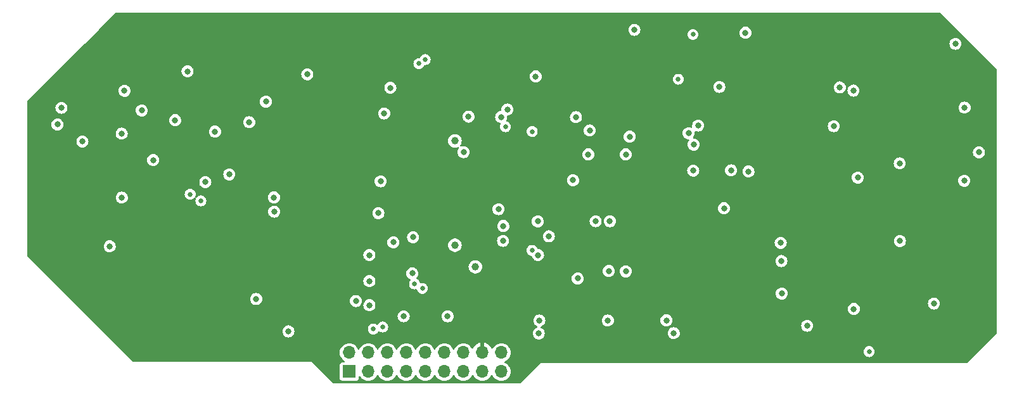
<source format=gbr>
%TF.GenerationSoftware,KiCad,Pcbnew,7.0.7*%
%TF.CreationDate,2024-06-06T22:47:17-06:00*%
%TF.ProjectId,VoiceBoardR2,566f6963-6542-46f6-9172-6452322e6b69,rev?*%
%TF.SameCoordinates,Original*%
%TF.FileFunction,Copper,L2,Inr*%
%TF.FilePolarity,Positive*%
%FSLAX46Y46*%
G04 Gerber Fmt 4.6, Leading zero omitted, Abs format (unit mm)*
G04 Created by KiCad (PCBNEW 7.0.7) date 2024-06-06 22:47:17*
%MOMM*%
%LPD*%
G01*
G04 APERTURE LIST*
%TA.AperFunction,ComponentPad*%
%ADD10R,1.700000X1.700000*%
%TD*%
%TA.AperFunction,ComponentPad*%
%ADD11O,1.700000X1.700000*%
%TD*%
%TA.AperFunction,ViaPad*%
%ADD12C,0.800000*%
%TD*%
%TA.AperFunction,ViaPad*%
%ADD13C,1.000000*%
%TD*%
%TA.AperFunction,ViaPad*%
%ADD14C,0.650000*%
%TD*%
G04 APERTURE END LIST*
D10*
%TO.N,SDA*%
%TO.C,U103*%
X43437500Y-47887500D03*
D11*
%TO.N,LEVEL_1_CV*%
X43437500Y-45347500D03*
%TO.N,SCL*%
X45977500Y-47887500D03*
%TO.N,LEVEL_2_CV*%
X45977500Y-45347500D03*
%TO.N,CLK_1*%
X48517500Y-47887500D03*
%TO.N,PWM_1_CV*%
X48517500Y-45347500D03*
%TO.N,CLK_2*%
X51057500Y-47887500D03*
%TO.N,PWM_2_CV*%
X51057500Y-45347500D03*
%TO.N,HP_MODE*%
X53597500Y-47887500D03*
%TO.N,FOLD_CV*%
X53597500Y-45347500D03*
%TO.N,FOLD_FIRST*%
X56137500Y-47887500D03*
%TO.N,CUTOFF_CV*%
X56137500Y-45347500D03*
%TO.N,VCA_OUT*%
X58677500Y-47887500D03*
%TO.N,VCA_CV*%
X58677500Y-45347500D03*
%TO.N,+3.3V*%
X61217500Y-47887500D03*
%TO.N,GND*%
X61217500Y-45347500D03*
%TO.N,+12V*%
X63757500Y-47887500D03*
%TO.N,-12V*%
X63757500Y-45347500D03*
%TD*%
D12*
%TO.N,CLK_1*%
X44325000Y-38450000D03*
%TO.N,VCA_IN*%
X78000000Y-41062500D03*
%TO.N,SAW1_FULL*%
X32312500Y-11812500D03*
X48112500Y-13387500D03*
X25512500Y-15812500D03*
%TO.N,GND*%
X108437500Y-30987500D03*
X90787500Y-24112500D03*
X29912500Y-34137500D03*
X84287500Y-17962500D03*
X110862500Y-8112500D03*
X10212500Y-17637500D03*
X24062500Y-5612500D03*
X105662500Y-38437500D03*
X61012500Y-27187500D03*
X73143187Y-33434815D03*
X38237500Y-29137500D03*
X6412500Y-32162500D03*
X42587500Y-22887500D03*
X54712500Y-21737500D03*
X19262500Y-19462500D03*
X71962500Y-37162500D03*
X34887500Y-25712500D03*
X83537500Y-24937500D03*
X113387500Y-16837500D03*
X127862500Y-41937500D03*
X112187500Y-30962500D03*
X73337500Y-9337500D03*
X35312500Y-11437500D03*
X56612500Y-19137500D03*
X66412500Y-5937500D03*
X51562500Y-39687500D03*
X54487500Y-13387500D03*
X60287500Y-29387500D03*
X51012500Y-31012500D03*
X49887500Y-8787500D03*
X101312500Y-17412500D03*
X58387500Y-38237500D03*
X87837500Y-38787500D03*
X70662500Y-15237500D03*
X104062500Y-3837500D03*
X96337500Y-31662500D03*
X35237500Y-18512500D03*
X58112500Y-32962500D03*
X34462500Y-33587500D03*
X83662500Y-5862500D03*
X88512500Y-13762500D03*
X8462500Y-7087500D03*
X50062500Y-14987500D03*
X82312500Y-38912500D03*
X46112500Y-25862500D03*
X23487500Y-30787500D03*
X58637500Y-40162500D03*
X99087500Y-25087500D03*
X17837500Y-21337500D03*
X11987500Y-26487500D03*
X101962500Y-9937500D03*
X111087500Y-41337500D03*
X40662500Y-15837500D03*
X93487500Y-17262500D03*
X91712500Y-39087500D03*
X56712500Y-7362500D03*
X115162500Y-35287500D03*
X117637500Y-8812500D03*
X89137500Y-22562500D03*
X15162500Y-14087500D03*
X52239193Y-41439193D03*
X66137500Y-22737500D03*
X31937500Y-21037500D03*
X56312500Y-12337500D03*
%TO.N,+12V*%
X47337500Y-26712500D03*
X104637500Y-41762500D03*
X93512500Y-26062500D03*
X21837500Y-7762500D03*
X68362500Y-8437500D03*
X125612500Y-22387500D03*
X121562500Y-38787500D03*
X111387500Y-21962500D03*
X125662500Y-12612500D03*
X63387500Y-26187500D03*
X33412500Y-26512500D03*
X88787500Y-16037500D03*
X110812500Y-10337500D03*
X11437500Y-31137500D03*
%TO.N,-12V*%
X33387500Y-24612500D03*
X68762500Y-42787500D03*
X127587500Y-18587500D03*
X86800000Y-42750000D03*
X15712500Y-12987500D03*
X80387500Y-18862500D03*
X117012500Y-30437500D03*
X73962500Y-35437500D03*
X30087500Y-14562500D03*
X108987500Y-9912500D03*
X110862500Y-39512500D03*
X75387500Y-18862500D03*
X90062500Y-15012500D03*
X124437500Y-4087500D03*
X4987500Y-12637500D03*
%TO.N,CLK_2*%
X31012500Y-38187500D03*
X35312500Y-42512500D03*
%TO.N,SAW2_FULL*%
X20187500Y-14287500D03*
%TO.N,Net-(D203-K)*%
X7790000Y-17137500D03*
X17237500Y-19612500D03*
D13*
%TO.N,+3.3V*%
X60292500Y-33887500D03*
X57562500Y-17062500D03*
X57562500Y-30987500D03*
D12*
%TO.N,Net-(U301B--)*%
X89462500Y-17562500D03*
X92887500Y-9837500D03*
X94462500Y-20987500D03*
%TO.N,FILTER_OUT*%
X81537500Y-2212500D03*
%TO.N,Net-(U301B-+)*%
X80387500Y-34487500D03*
X78262500Y-27787500D03*
%TO.N,HP_IN*%
X76362500Y-27787500D03*
%TO.N,FOLDER_IN*%
X64037500Y-28437500D03*
X96787500Y-21137500D03*
X63737500Y-13862500D03*
%TO.N,VCA_IN*%
X101187500Y-33112500D03*
X63987500Y-30412500D03*
X68837500Y-41062500D03*
X85812500Y-41037500D03*
X64562500Y-12862500D03*
%TO.N,Net-(D203-A)*%
X4462500Y-14862500D03*
X13062500Y-24637500D03*
D14*
%TO.N,SDA*%
X53587500Y-6187500D03*
X53212500Y-36762500D03*
%TO.N,SCL*%
X89362500Y-2837500D03*
X52737500Y-6737500D03*
X52162500Y-36162500D03*
X87412500Y-8812500D03*
%TO.N,FOLD_FIRST*%
X67887500Y-31687500D03*
X67887500Y-15812500D03*
%TO.N,HP_MODE*%
X64312500Y-15162500D03*
%TO.N,PWM_1_CV*%
X46662500Y-42187500D03*
X22187500Y-24187500D03*
%TO.N,PWM_2_CV*%
X47912500Y-41912500D03*
X23612500Y-25062500D03*
%TO.N,FOLD_CV*%
X112912500Y-45212500D03*
D12*
%TO.N,Net-(Q402-B)*%
X116987500Y-20062500D03*
X108187500Y-15087500D03*
%TO.N,Net-(Q406-C)*%
X101087500Y-30687500D03*
X101237500Y-37462500D03*
%TO.N,TRI1_FULL*%
X48937500Y-9962500D03*
%TO.N,TRI2_FULL*%
X27412500Y-21537500D03*
X24212500Y-22562500D03*
X13037500Y-16082500D03*
%TO.N,PULSE2_FULL*%
X13412500Y-10362500D03*
%TO.N,PULSE1_FULL*%
X37837500Y-8162500D03*
%TO.N,Net-(U203C-P2W)*%
X58712500Y-18562500D03*
X59387500Y-13812500D03*
%TO.N,Net-(U204A--)*%
X46137500Y-32312500D03*
X46137500Y-39012500D03*
X46137500Y-35787500D03*
%TO.N,Net-(U205A-P0W)*%
X47637500Y-22462500D03*
X51962500Y-29937500D03*
%TO.N,Net-(U205C-P2W)*%
X51862500Y-34762500D03*
X49337500Y-30612500D03*
%TO.N,Net-(U205D-P3W)*%
X56587500Y-40487500D03*
X50712500Y-40487500D03*
%TO.N,OSC_MIX*%
X68662500Y-32312500D03*
X68637500Y-27812500D03*
%TO.N,Net-(U301C--)*%
X78112500Y-34437500D03*
X89405000Y-21030000D03*
%TO.N,LP_IN*%
X80912500Y-16487500D03*
%TO.N,FOLDER_OUT*%
X73337500Y-22312500D03*
%TO.N,FILTER_IN*%
X73737500Y-13887500D03*
X70112500Y-29807000D03*
%TO.N,Net-(R420-Pad2)*%
X75562500Y-15662500D03*
X96387500Y-2612500D03*
%TD*%
%TA.AperFunction,Conductor*%
%TO.N,GND*%
G36*
X122377969Y67315D02*
G01*
X122398611Y50681D01*
X129925681Y-7476389D01*
X129959166Y-7537712D01*
X129962000Y-7564070D01*
X129962000Y-42761637D01*
X129942315Y-42828676D01*
X129925681Y-42849318D01*
X126073819Y-46701181D01*
X126012496Y-46734666D01*
X125986138Y-46737500D01*
X69037499Y-46737500D01*
X66323819Y-49451181D01*
X66262496Y-49484666D01*
X66236138Y-49487500D01*
X41413862Y-49487500D01*
X41346823Y-49467815D01*
X41326181Y-49451181D01*
X38412500Y-46537500D01*
X14563862Y-46537500D01*
X14496823Y-46517815D01*
X14476181Y-46501181D01*
X13322500Y-45347500D01*
X42182223Y-45347500D01*
X42200581Y-45557344D01*
X42201293Y-45565475D01*
X42201293Y-45565479D01*
X42257922Y-45776822D01*
X42257924Y-45776826D01*
X42257925Y-45776830D01*
X42260946Y-45783308D01*
X42350397Y-45975138D01*
X42375498Y-46010986D01*
X42475902Y-46154377D01*
X42630623Y-46309098D01*
X42776763Y-46411426D01*
X42820387Y-46466002D01*
X42827581Y-46535500D01*
X42796058Y-46597855D01*
X42735828Y-46633269D01*
X42705640Y-46637000D01*
X42555982Y-46637000D01*
X42475019Y-46649823D01*
X42462196Y-46651854D01*
X42349158Y-46709450D01*
X42349156Y-46709451D01*
X42349157Y-46709451D01*
X42349152Y-46709454D01*
X42259454Y-46799152D01*
X42259451Y-46799157D01*
X42259450Y-46799158D01*
X42240251Y-46836837D01*
X42201852Y-46912198D01*
X42187000Y-47005975D01*
X42187000Y-48769017D01*
X42197792Y-48837157D01*
X42201854Y-48862804D01*
X42259450Y-48975842D01*
X42259452Y-48975844D01*
X42259454Y-48975847D01*
X42349152Y-49065545D01*
X42349154Y-49065546D01*
X42349158Y-49065550D01*
X42462194Y-49123145D01*
X42462198Y-49123147D01*
X42555975Y-49137999D01*
X42555981Y-49138000D01*
X44319018Y-49137999D01*
X44412804Y-49123146D01*
X44525842Y-49065550D01*
X44615550Y-48975842D01*
X44673146Y-48862804D01*
X44673146Y-48862802D01*
X44673147Y-48862801D01*
X44687999Y-48769024D01*
X44688000Y-48769019D01*
X44687999Y-48619359D01*
X44707683Y-48552323D01*
X44760487Y-48506568D01*
X44829645Y-48496624D01*
X44893201Y-48525649D01*
X44913573Y-48548238D01*
X45015902Y-48694376D01*
X45015902Y-48694377D01*
X45170623Y-48849098D01*
X45349861Y-48974602D01*
X45548170Y-49067075D01*
X45759523Y-49123707D01*
X45942426Y-49139708D01*
X45977498Y-49142777D01*
X45977500Y-49142777D01*
X45977502Y-49142777D01*
X46005754Y-49140305D01*
X46195477Y-49123707D01*
X46406830Y-49067075D01*
X46605139Y-48974602D01*
X46784377Y-48849098D01*
X46939098Y-48694377D01*
X47064602Y-48515139D01*
X47135118Y-48363914D01*
X47181290Y-48311477D01*
X47248484Y-48292325D01*
X47315365Y-48312541D01*
X47359881Y-48363914D01*
X47430398Y-48515139D01*
X47555902Y-48694377D01*
X47710623Y-48849098D01*
X47889861Y-48974602D01*
X48088170Y-49067075D01*
X48299523Y-49123707D01*
X48482426Y-49139708D01*
X48517498Y-49142777D01*
X48517500Y-49142777D01*
X48517502Y-49142777D01*
X48545754Y-49140305D01*
X48735477Y-49123707D01*
X48946830Y-49067075D01*
X49145139Y-48974602D01*
X49324377Y-48849098D01*
X49479098Y-48694377D01*
X49604602Y-48515139D01*
X49675118Y-48363914D01*
X49721290Y-48311477D01*
X49788484Y-48292325D01*
X49855365Y-48312541D01*
X49899881Y-48363914D01*
X49970398Y-48515139D01*
X50095902Y-48694377D01*
X50250623Y-48849098D01*
X50429861Y-48974602D01*
X50628170Y-49067075D01*
X50839523Y-49123707D01*
X51022426Y-49139708D01*
X51057498Y-49142777D01*
X51057500Y-49142777D01*
X51057502Y-49142777D01*
X51085754Y-49140305D01*
X51275477Y-49123707D01*
X51486830Y-49067075D01*
X51685139Y-48974602D01*
X51864377Y-48849098D01*
X52019098Y-48694377D01*
X52144602Y-48515139D01*
X52215118Y-48363914D01*
X52261290Y-48311477D01*
X52328484Y-48292325D01*
X52395365Y-48312541D01*
X52439881Y-48363914D01*
X52510398Y-48515139D01*
X52635902Y-48694377D01*
X52790623Y-48849098D01*
X52969861Y-48974602D01*
X53168170Y-49067075D01*
X53379523Y-49123707D01*
X53562426Y-49139708D01*
X53597498Y-49142777D01*
X53597500Y-49142777D01*
X53597502Y-49142777D01*
X53625754Y-49140305D01*
X53815477Y-49123707D01*
X54026830Y-49067075D01*
X54225139Y-48974602D01*
X54404377Y-48849098D01*
X54559098Y-48694377D01*
X54684602Y-48515139D01*
X54755118Y-48363914D01*
X54801290Y-48311477D01*
X54868484Y-48292325D01*
X54935365Y-48312541D01*
X54979881Y-48363914D01*
X55050398Y-48515139D01*
X55175902Y-48694377D01*
X55330623Y-48849098D01*
X55509861Y-48974602D01*
X55708170Y-49067075D01*
X55919523Y-49123707D01*
X56102426Y-49139708D01*
X56137498Y-49142777D01*
X56137500Y-49142777D01*
X56137502Y-49142777D01*
X56165754Y-49140305D01*
X56355477Y-49123707D01*
X56566830Y-49067075D01*
X56765139Y-48974602D01*
X56944377Y-48849098D01*
X57099098Y-48694377D01*
X57224602Y-48515139D01*
X57295118Y-48363914D01*
X57341290Y-48311477D01*
X57408484Y-48292325D01*
X57475365Y-48312541D01*
X57519881Y-48363914D01*
X57590398Y-48515139D01*
X57715902Y-48694377D01*
X57870623Y-48849098D01*
X58049861Y-48974602D01*
X58248170Y-49067075D01*
X58459523Y-49123707D01*
X58642426Y-49139708D01*
X58677498Y-49142777D01*
X58677500Y-49142777D01*
X58677502Y-49142777D01*
X58705754Y-49140305D01*
X58895477Y-49123707D01*
X59106830Y-49067075D01*
X59305139Y-48974602D01*
X59484377Y-48849098D01*
X59639098Y-48694377D01*
X59764602Y-48515139D01*
X59835118Y-48363914D01*
X59881290Y-48311477D01*
X59948484Y-48292325D01*
X60015365Y-48312541D01*
X60059881Y-48363914D01*
X60130398Y-48515139D01*
X60255902Y-48694377D01*
X60410623Y-48849098D01*
X60589861Y-48974602D01*
X60788170Y-49067075D01*
X60999523Y-49123707D01*
X61182426Y-49139708D01*
X61217498Y-49142777D01*
X61217500Y-49142777D01*
X61217502Y-49142777D01*
X61245754Y-49140305D01*
X61435477Y-49123707D01*
X61646830Y-49067075D01*
X61845139Y-48974602D01*
X62024377Y-48849098D01*
X62179098Y-48694377D01*
X62304602Y-48515139D01*
X62375119Y-48363914D01*
X62421289Y-48311477D01*
X62488482Y-48292325D01*
X62555363Y-48312540D01*
X62599881Y-48363916D01*
X62670397Y-48515138D01*
X62670398Y-48515139D01*
X62795902Y-48694377D01*
X62950623Y-48849098D01*
X63129861Y-48974602D01*
X63328170Y-49067075D01*
X63539523Y-49123707D01*
X63722426Y-49139708D01*
X63757498Y-49142777D01*
X63757500Y-49142777D01*
X63757502Y-49142777D01*
X63785754Y-49140305D01*
X63975477Y-49123707D01*
X64186830Y-49067075D01*
X64385139Y-48974602D01*
X64564377Y-48849098D01*
X64719098Y-48694377D01*
X64844602Y-48515139D01*
X64937075Y-48316830D01*
X64993707Y-48105477D01*
X65012777Y-47887500D01*
X64993707Y-47669523D01*
X64937075Y-47458170D01*
X64844602Y-47259862D01*
X64844600Y-47259859D01*
X64844599Y-47259857D01*
X64719099Y-47080624D01*
X64644450Y-47005975D01*
X64564377Y-46925902D01*
X64385139Y-46800398D01*
X64233914Y-46729881D01*
X64181477Y-46683710D01*
X64162325Y-46616516D01*
X64182541Y-46549635D01*
X64233914Y-46505118D01*
X64385139Y-46434602D01*
X64564377Y-46309098D01*
X64719098Y-46154377D01*
X64844602Y-45975139D01*
X64937075Y-45776830D01*
X64993707Y-45565477D01*
X65012777Y-45347500D01*
X65000967Y-45212503D01*
X112182409Y-45212503D01*
X112200712Y-45374955D01*
X112254710Y-45529274D01*
X112341691Y-45667703D01*
X112341692Y-45667704D01*
X112457296Y-45783308D01*
X112595725Y-45870289D01*
X112750039Y-45924286D01*
X112750042Y-45924286D01*
X112750044Y-45924287D01*
X112912496Y-45942591D01*
X112912500Y-45942591D01*
X112912504Y-45942591D01*
X113074955Y-45924287D01*
X113074956Y-45924286D01*
X113074961Y-45924286D01*
X113229275Y-45870289D01*
X113367704Y-45783308D01*
X113483308Y-45667704D01*
X113570289Y-45529275D01*
X113624286Y-45374961D01*
X113627380Y-45347500D01*
X113642591Y-45212503D01*
X113642591Y-45212496D01*
X113624287Y-45050044D01*
X113624286Y-45050042D01*
X113624286Y-45050039D01*
X113570289Y-44895725D01*
X113483308Y-44757296D01*
X113367704Y-44641692D01*
X113229274Y-44554710D01*
X113074955Y-44500712D01*
X112912504Y-44482409D01*
X112912496Y-44482409D01*
X112750044Y-44500712D01*
X112595725Y-44554710D01*
X112457295Y-44641692D01*
X112341692Y-44757295D01*
X112254710Y-44895725D01*
X112200712Y-45050044D01*
X112182409Y-45212496D01*
X112182409Y-45212503D01*
X65000967Y-45212503D01*
X64993707Y-45129523D01*
X64937075Y-44918170D01*
X64844602Y-44719862D01*
X64844599Y-44719858D01*
X64844599Y-44719857D01*
X64719099Y-44540624D01*
X64654895Y-44476420D01*
X64564377Y-44385902D01*
X64385139Y-44260398D01*
X64385140Y-44260398D01*
X64385138Y-44260397D01*
X64285984Y-44214161D01*
X64186830Y-44167925D01*
X64186826Y-44167924D01*
X64186822Y-44167922D01*
X63975477Y-44111293D01*
X63757502Y-44092223D01*
X63757498Y-44092223D01*
X63612181Y-44104936D01*
X63539523Y-44111293D01*
X63539520Y-44111293D01*
X63328177Y-44167922D01*
X63328168Y-44167926D01*
X63129861Y-44260398D01*
X63129857Y-44260400D01*
X62950621Y-44385902D01*
X62795902Y-44540621D01*
X62670400Y-44719857D01*
X62670397Y-44719863D01*
X62654773Y-44753368D01*
X62608599Y-44805807D01*
X62541405Y-44824957D01*
X62474525Y-44804740D01*
X62430009Y-44753365D01*
X62391098Y-44669919D01*
X62255613Y-44476426D01*
X62255608Y-44476420D01*
X62088582Y-44309394D01*
X61895078Y-44173899D01*
X61680992Y-44074070D01*
X61680986Y-44074067D01*
X61467500Y-44016864D01*
X61467500Y-44735198D01*
X61447815Y-44802237D01*
X61395011Y-44847992D01*
X61325855Y-44857936D01*
X61253266Y-44847500D01*
X61253263Y-44847500D01*
X61181737Y-44847500D01*
X61181733Y-44847500D01*
X61109145Y-44857936D01*
X61039987Y-44847992D01*
X60987184Y-44802236D01*
X60967500Y-44735198D01*
X60967500Y-44016864D01*
X60967499Y-44016864D01*
X60754013Y-44074067D01*
X60754007Y-44074070D01*
X60539922Y-44173899D01*
X60539920Y-44173900D01*
X60346426Y-44309386D01*
X60346420Y-44309391D01*
X60179391Y-44476420D01*
X60179386Y-44476426D01*
X60043900Y-44669920D01*
X60043899Y-44669922D01*
X60004989Y-44753366D01*
X59958817Y-44805805D01*
X59891623Y-44824957D01*
X59824742Y-44804741D01*
X59780225Y-44753366D01*
X59764602Y-44719863D01*
X59764602Y-44719862D01*
X59764599Y-44719858D01*
X59764599Y-44719857D01*
X59639099Y-44540624D01*
X59574895Y-44476420D01*
X59484377Y-44385902D01*
X59305139Y-44260398D01*
X59305140Y-44260398D01*
X59305138Y-44260397D01*
X59205984Y-44214161D01*
X59106830Y-44167925D01*
X59106826Y-44167924D01*
X59106822Y-44167922D01*
X58895477Y-44111293D01*
X58677502Y-44092223D01*
X58677498Y-44092223D01*
X58532182Y-44104936D01*
X58459523Y-44111293D01*
X58459520Y-44111293D01*
X58248177Y-44167922D01*
X58248168Y-44167926D01*
X58049861Y-44260398D01*
X58049857Y-44260400D01*
X57870621Y-44385902D01*
X57715902Y-44540621D01*
X57590400Y-44719857D01*
X57590398Y-44719861D01*
X57519882Y-44871083D01*
X57473709Y-44923522D01*
X57406516Y-44942674D01*
X57339635Y-44922458D01*
X57295118Y-44871083D01*
X57263014Y-44802236D01*
X57224602Y-44719862D01*
X57224599Y-44719858D01*
X57224599Y-44719857D01*
X57099099Y-44540624D01*
X57034895Y-44476420D01*
X56944377Y-44385902D01*
X56765139Y-44260398D01*
X56765140Y-44260398D01*
X56765138Y-44260397D01*
X56665984Y-44214161D01*
X56566830Y-44167925D01*
X56566826Y-44167924D01*
X56566822Y-44167922D01*
X56355477Y-44111293D01*
X56137502Y-44092223D01*
X56137498Y-44092223D01*
X55992182Y-44104936D01*
X55919523Y-44111293D01*
X55919520Y-44111293D01*
X55708177Y-44167922D01*
X55708168Y-44167926D01*
X55509861Y-44260398D01*
X55509857Y-44260400D01*
X55330621Y-44385902D01*
X55175902Y-44540621D01*
X55050400Y-44719857D01*
X55050398Y-44719861D01*
X54979882Y-44871083D01*
X54933709Y-44923522D01*
X54866516Y-44942674D01*
X54799635Y-44922458D01*
X54755118Y-44871083D01*
X54723014Y-44802236D01*
X54684602Y-44719862D01*
X54684599Y-44719858D01*
X54684599Y-44719857D01*
X54559099Y-44540624D01*
X54494895Y-44476420D01*
X54404377Y-44385902D01*
X54225139Y-44260398D01*
X54225140Y-44260398D01*
X54225138Y-44260397D01*
X54125984Y-44214161D01*
X54026830Y-44167925D01*
X54026826Y-44167924D01*
X54026822Y-44167922D01*
X53815477Y-44111293D01*
X53597502Y-44092223D01*
X53597498Y-44092223D01*
X53452181Y-44104936D01*
X53379523Y-44111293D01*
X53379520Y-44111293D01*
X53168177Y-44167922D01*
X53168168Y-44167926D01*
X52969861Y-44260398D01*
X52969857Y-44260400D01*
X52790621Y-44385902D01*
X52635902Y-44540621D01*
X52510400Y-44719857D01*
X52510398Y-44719861D01*
X52439882Y-44871083D01*
X52393709Y-44923522D01*
X52326516Y-44942674D01*
X52259635Y-44922458D01*
X52215118Y-44871083D01*
X52183014Y-44802236D01*
X52144602Y-44719862D01*
X52144599Y-44719858D01*
X52144599Y-44719857D01*
X52019099Y-44540624D01*
X51954895Y-44476420D01*
X51864377Y-44385902D01*
X51685139Y-44260398D01*
X51685140Y-44260398D01*
X51685138Y-44260397D01*
X51585984Y-44214161D01*
X51486830Y-44167925D01*
X51486826Y-44167924D01*
X51486822Y-44167922D01*
X51275477Y-44111293D01*
X51057502Y-44092223D01*
X51057498Y-44092223D01*
X50912181Y-44104936D01*
X50839523Y-44111293D01*
X50839520Y-44111293D01*
X50628177Y-44167922D01*
X50628168Y-44167926D01*
X50429861Y-44260398D01*
X50429857Y-44260400D01*
X50250621Y-44385902D01*
X50095902Y-44540621D01*
X49970400Y-44719857D01*
X49970398Y-44719861D01*
X49899882Y-44871083D01*
X49853709Y-44923522D01*
X49786516Y-44942674D01*
X49719635Y-44922458D01*
X49675118Y-44871083D01*
X49643014Y-44802236D01*
X49604602Y-44719862D01*
X49604599Y-44719858D01*
X49604599Y-44719857D01*
X49479099Y-44540624D01*
X49414895Y-44476420D01*
X49324377Y-44385902D01*
X49145139Y-44260398D01*
X49145140Y-44260398D01*
X49145138Y-44260397D01*
X49045984Y-44214161D01*
X48946830Y-44167925D01*
X48946826Y-44167924D01*
X48946822Y-44167922D01*
X48735477Y-44111293D01*
X48517502Y-44092223D01*
X48517498Y-44092223D01*
X48372182Y-44104936D01*
X48299523Y-44111293D01*
X48299520Y-44111293D01*
X48088177Y-44167922D01*
X48088168Y-44167926D01*
X47889861Y-44260398D01*
X47889857Y-44260400D01*
X47710621Y-44385902D01*
X47555902Y-44540621D01*
X47430400Y-44719857D01*
X47430400Y-44719858D01*
X47359881Y-44871084D01*
X47313708Y-44923523D01*
X47246514Y-44942674D01*
X47179633Y-44922458D01*
X47135118Y-44871084D01*
X47064602Y-44719862D01*
X47064599Y-44719858D01*
X47064599Y-44719857D01*
X46939099Y-44540624D01*
X46874895Y-44476420D01*
X46784377Y-44385902D01*
X46605139Y-44260398D01*
X46605140Y-44260398D01*
X46605138Y-44260397D01*
X46505984Y-44214161D01*
X46406830Y-44167925D01*
X46406826Y-44167924D01*
X46406822Y-44167922D01*
X46195477Y-44111293D01*
X45977502Y-44092223D01*
X45977498Y-44092223D01*
X45832181Y-44104936D01*
X45759523Y-44111293D01*
X45759520Y-44111293D01*
X45548177Y-44167922D01*
X45548168Y-44167926D01*
X45349861Y-44260398D01*
X45349857Y-44260400D01*
X45170621Y-44385902D01*
X45015902Y-44540621D01*
X44890400Y-44719857D01*
X44890398Y-44719861D01*
X44819882Y-44871083D01*
X44773709Y-44923522D01*
X44706516Y-44942674D01*
X44639635Y-44922458D01*
X44595118Y-44871083D01*
X44563014Y-44802236D01*
X44524602Y-44719862D01*
X44524599Y-44719858D01*
X44524599Y-44719857D01*
X44399099Y-44540624D01*
X44334895Y-44476420D01*
X44244377Y-44385902D01*
X44065139Y-44260398D01*
X44065140Y-44260398D01*
X44065138Y-44260397D01*
X43965984Y-44214161D01*
X43866830Y-44167925D01*
X43866826Y-44167924D01*
X43866822Y-44167922D01*
X43655477Y-44111293D01*
X43437502Y-44092223D01*
X43437498Y-44092223D01*
X43292182Y-44104936D01*
X43219523Y-44111293D01*
X43219520Y-44111293D01*
X43008177Y-44167922D01*
X43008168Y-44167926D01*
X42809861Y-44260398D01*
X42809857Y-44260400D01*
X42630621Y-44385902D01*
X42475902Y-44540621D01*
X42350400Y-44719857D01*
X42350398Y-44719861D01*
X42257926Y-44918168D01*
X42257922Y-44918177D01*
X42201293Y-45129520D01*
X42201293Y-45129523D01*
X42182223Y-45347500D01*
X13322500Y-45347500D01*
X10487503Y-42512503D01*
X34506935Y-42512503D01*
X34527130Y-42691749D01*
X34527131Y-42691754D01*
X34586711Y-42862023D01*
X34652519Y-42966755D01*
X34682684Y-43014762D01*
X34810238Y-43142316D01*
X34962978Y-43238289D01*
X35002911Y-43252262D01*
X35133245Y-43297868D01*
X35133250Y-43297869D01*
X35312496Y-43318065D01*
X35312500Y-43318065D01*
X35312504Y-43318065D01*
X35491749Y-43297869D01*
X35491752Y-43297868D01*
X35491755Y-43297868D01*
X35662022Y-43238289D01*
X35814762Y-43142316D01*
X35942316Y-43014762D01*
X36038289Y-42862022D01*
X36097868Y-42691755D01*
X36103395Y-42642704D01*
X36118065Y-42512503D01*
X36118065Y-42512496D01*
X36097869Y-42333250D01*
X36097868Y-42333245D01*
X36061487Y-42229274D01*
X36046871Y-42187503D01*
X45932409Y-42187503D01*
X45950712Y-42349955D01*
X46004710Y-42504274D01*
X46032102Y-42547868D01*
X46091692Y-42642704D01*
X46207296Y-42758308D01*
X46345725Y-42845289D01*
X46500039Y-42899286D01*
X46500042Y-42899286D01*
X46500044Y-42899287D01*
X46662496Y-42917591D01*
X46662500Y-42917591D01*
X46662504Y-42917591D01*
X46824955Y-42899287D01*
X46824956Y-42899286D01*
X46824961Y-42899286D01*
X46979275Y-42845289D01*
X47071241Y-42787503D01*
X67956935Y-42787503D01*
X67977130Y-42966749D01*
X67977131Y-42966754D01*
X68036711Y-43137023D01*
X68100341Y-43238289D01*
X68132684Y-43289762D01*
X68260238Y-43417316D01*
X68412978Y-43513289D01*
X68533796Y-43555565D01*
X68583245Y-43572868D01*
X68583250Y-43572869D01*
X68762496Y-43593065D01*
X68762500Y-43593065D01*
X68762504Y-43593065D01*
X68941749Y-43572869D01*
X68941752Y-43572868D01*
X68941755Y-43572868D01*
X69112022Y-43513289D01*
X69264762Y-43417316D01*
X69392316Y-43289762D01*
X69488289Y-43137022D01*
X69547868Y-42966755D01*
X69547869Y-42966749D01*
X69568065Y-42787503D01*
X69568065Y-42787496D01*
X69563841Y-42750003D01*
X85994435Y-42750003D01*
X86014630Y-42929249D01*
X86014631Y-42929254D01*
X86074211Y-43099523D01*
X86161404Y-43238289D01*
X86170184Y-43252262D01*
X86297738Y-43379816D01*
X86450478Y-43475789D01*
X86557644Y-43513288D01*
X86620745Y-43535368D01*
X86620750Y-43535369D01*
X86799996Y-43555565D01*
X86800000Y-43555565D01*
X86800004Y-43555565D01*
X86979249Y-43535369D01*
X86979252Y-43535368D01*
X86979255Y-43535368D01*
X87149522Y-43475789D01*
X87302262Y-43379816D01*
X87429816Y-43252262D01*
X87525789Y-43099522D01*
X87585368Y-42929255D01*
X87585369Y-42929249D01*
X87605565Y-42750003D01*
X87605565Y-42749996D01*
X87585369Y-42570750D01*
X87585368Y-42570745D01*
X87556515Y-42488288D01*
X87525789Y-42400478D01*
X87520660Y-42392316D01*
X87429815Y-42247737D01*
X87302262Y-42120184D01*
X87149523Y-42024211D01*
X86979254Y-41964631D01*
X86979249Y-41964630D01*
X86800004Y-41944435D01*
X86799996Y-41944435D01*
X86620750Y-41964630D01*
X86620745Y-41964631D01*
X86450476Y-42024211D01*
X86297737Y-42120184D01*
X86170184Y-42247737D01*
X86074211Y-42400476D01*
X86014631Y-42570745D01*
X86014630Y-42570750D01*
X85994435Y-42749996D01*
X85994435Y-42750003D01*
X69563841Y-42750003D01*
X69547869Y-42608250D01*
X69547868Y-42608245D01*
X69533808Y-42568065D01*
X69488289Y-42437978D01*
X69392316Y-42285238D01*
X69264762Y-42157684D01*
X69192093Y-42112023D01*
X69112018Y-42061708D01*
X69093308Y-42055161D01*
X69036533Y-42014438D01*
X69010788Y-41949485D01*
X69024246Y-41880924D01*
X69072634Y-41830522D01*
X69093306Y-41821081D01*
X69187022Y-41788289D01*
X69339762Y-41692316D01*
X69467316Y-41564762D01*
X69563289Y-41412022D01*
X69622868Y-41241755D01*
X69625685Y-41216754D01*
X69643065Y-41062503D01*
X77194435Y-41062503D01*
X77214630Y-41241749D01*
X77214631Y-41241754D01*
X77274211Y-41412023D01*
X77314230Y-41475712D01*
X77370184Y-41564762D01*
X77497738Y-41692316D01*
X77561364Y-41732295D01*
X77647966Y-41786711D01*
X77650478Y-41788289D01*
X77749299Y-41822868D01*
X77820745Y-41847868D01*
X77820750Y-41847869D01*
X77999996Y-41868065D01*
X78000000Y-41868065D01*
X78000004Y-41868065D01*
X78179249Y-41847869D01*
X78179252Y-41847868D01*
X78179255Y-41847868D01*
X78349522Y-41788289D01*
X78502262Y-41692316D01*
X78629816Y-41564762D01*
X78725789Y-41412022D01*
X78785368Y-41241755D01*
X78788185Y-41216754D01*
X78805565Y-41062503D01*
X78805565Y-41062496D01*
X78802749Y-41037503D01*
X85006935Y-41037503D01*
X85027130Y-41216749D01*
X85027131Y-41216754D01*
X85086711Y-41387023D01*
X85182684Y-41539761D01*
X85182684Y-41539762D01*
X85310238Y-41667316D01*
X85373291Y-41706935D01*
X85441898Y-41750044D01*
X85462978Y-41763289D01*
X85534424Y-41788289D01*
X85633245Y-41822868D01*
X85633250Y-41822869D01*
X85812496Y-41843065D01*
X85812500Y-41843065D01*
X85812504Y-41843065D01*
X85991749Y-41822869D01*
X85991752Y-41822868D01*
X85991755Y-41822868D01*
X86162022Y-41763289D01*
X86163273Y-41762503D01*
X103831935Y-41762503D01*
X103852130Y-41941749D01*
X103852131Y-41941754D01*
X103911711Y-42112023D01*
X103959137Y-42187500D01*
X104007684Y-42264762D01*
X104135238Y-42392316D01*
X104207909Y-42437978D01*
X104284694Y-42486226D01*
X104287978Y-42488289D01*
X104458245Y-42547868D01*
X104458250Y-42547869D01*
X104637496Y-42568065D01*
X104637500Y-42568065D01*
X104637504Y-42568065D01*
X104816749Y-42547869D01*
X104816752Y-42547868D01*
X104816755Y-42547868D01*
X104987022Y-42488289D01*
X105139762Y-42392316D01*
X105267316Y-42264762D01*
X105363289Y-42112022D01*
X105422868Y-41941755D01*
X105426164Y-41912503D01*
X105443065Y-41762503D01*
X105443065Y-41762496D01*
X105422869Y-41583250D01*
X105422868Y-41583245D01*
X105417353Y-41567483D01*
X105363289Y-41412978D01*
X105362688Y-41412022D01*
X105318497Y-41341692D01*
X105267316Y-41260238D01*
X105139762Y-41132684D01*
X105115304Y-41117316D01*
X104987023Y-41036711D01*
X104816754Y-40977131D01*
X104816749Y-40977130D01*
X104637504Y-40956935D01*
X104637496Y-40956935D01*
X104458250Y-40977130D01*
X104458245Y-40977131D01*
X104287976Y-41036711D01*
X104135237Y-41132684D01*
X104007684Y-41260237D01*
X103911711Y-41412976D01*
X103852131Y-41583245D01*
X103852130Y-41583250D01*
X103831935Y-41762496D01*
X103831935Y-41762503D01*
X86163273Y-41762503D01*
X86314762Y-41667316D01*
X86442316Y-41539762D01*
X86538289Y-41387022D01*
X86597868Y-41216755D01*
X86598259Y-41213288D01*
X86618065Y-41037503D01*
X86618065Y-41037496D01*
X86597869Y-40858250D01*
X86597868Y-40858245D01*
X86538288Y-40687976D01*
X86499082Y-40625580D01*
X86442316Y-40535238D01*
X86314762Y-40407684D01*
X86314761Y-40407684D01*
X86162023Y-40311711D01*
X85991754Y-40252131D01*
X85991749Y-40252130D01*
X85812504Y-40231935D01*
X85812496Y-40231935D01*
X85633250Y-40252130D01*
X85633245Y-40252131D01*
X85462976Y-40311711D01*
X85310237Y-40407684D01*
X85182684Y-40535237D01*
X85086711Y-40687976D01*
X85027131Y-40858245D01*
X85027130Y-40858250D01*
X85006935Y-41037496D01*
X85006935Y-41037503D01*
X78802749Y-41037503D01*
X78785369Y-40883250D01*
X78785368Y-40883245D01*
X78725788Y-40712976D01*
X78629815Y-40560237D01*
X78502262Y-40432684D01*
X78349523Y-40336711D01*
X78179254Y-40277131D01*
X78179249Y-40277130D01*
X78000004Y-40256935D01*
X77999996Y-40256935D01*
X77820750Y-40277130D01*
X77820745Y-40277131D01*
X77650476Y-40336711D01*
X77497737Y-40432684D01*
X77370184Y-40560237D01*
X77274211Y-40712976D01*
X77214631Y-40883245D01*
X77214630Y-40883250D01*
X77194435Y-41062496D01*
X77194435Y-41062503D01*
X69643065Y-41062503D01*
X69643065Y-41062496D01*
X69622869Y-40883250D01*
X69622868Y-40883245D01*
X69563288Y-40712976D01*
X69467315Y-40560237D01*
X69339762Y-40432684D01*
X69187023Y-40336711D01*
X69016754Y-40277131D01*
X69016749Y-40277130D01*
X68837504Y-40256935D01*
X68837496Y-40256935D01*
X68658250Y-40277130D01*
X68658245Y-40277131D01*
X68487976Y-40336711D01*
X68335237Y-40432684D01*
X68207684Y-40560237D01*
X68111711Y-40712976D01*
X68052131Y-40883245D01*
X68052130Y-40883250D01*
X68031935Y-41062496D01*
X68031935Y-41062503D01*
X68052130Y-41241749D01*
X68052131Y-41241754D01*
X68111711Y-41412023D01*
X68151730Y-41475712D01*
X68207684Y-41564762D01*
X68335238Y-41692316D01*
X68487978Y-41788289D01*
X68487980Y-41788290D01*
X68506688Y-41794837D01*
X68563464Y-41835558D01*
X68589211Y-41900511D01*
X68575755Y-41969073D01*
X68527367Y-42019476D01*
X68506688Y-42028919D01*
X68412980Y-42061709D01*
X68260237Y-42157684D01*
X68132684Y-42285237D01*
X68036711Y-42437976D01*
X67977131Y-42608245D01*
X67977130Y-42608250D01*
X67956935Y-42787496D01*
X67956935Y-42787503D01*
X47071241Y-42787503D01*
X47117704Y-42758308D01*
X47233308Y-42642704D01*
X47302543Y-42532516D01*
X47354878Y-42486226D01*
X47423931Y-42475578D01*
X47473510Y-42493496D01*
X47592185Y-42568065D01*
X47595725Y-42570289D01*
X47750039Y-42624286D01*
X47750042Y-42624286D01*
X47750044Y-42624287D01*
X47912496Y-42642591D01*
X47912500Y-42642591D01*
X47912504Y-42642591D01*
X48074955Y-42624287D01*
X48074956Y-42624286D01*
X48074961Y-42624286D01*
X48229275Y-42570289D01*
X48367704Y-42483308D01*
X48483308Y-42367704D01*
X48570289Y-42229275D01*
X48624286Y-42074961D01*
X48625779Y-42061709D01*
X48642591Y-41912503D01*
X48642591Y-41912496D01*
X48624287Y-41750044D01*
X48624286Y-41750042D01*
X48624286Y-41750039D01*
X48570289Y-41595725D01*
X48483308Y-41457296D01*
X48367704Y-41341692D01*
X48290315Y-41293065D01*
X48229274Y-41254710D01*
X48074955Y-41200712D01*
X47912504Y-41182409D01*
X47912496Y-41182409D01*
X47750044Y-41200712D01*
X47595725Y-41254710D01*
X47457295Y-41341692D01*
X47341692Y-41457295D01*
X47341690Y-41457298D01*
X47272455Y-41567483D01*
X47220120Y-41613774D01*
X47151066Y-41624421D01*
X47101490Y-41606504D01*
X46979274Y-41529710D01*
X46824955Y-41475712D01*
X46662504Y-41457409D01*
X46662496Y-41457409D01*
X46500044Y-41475712D01*
X46345725Y-41529710D01*
X46207295Y-41616692D01*
X46091692Y-41732295D01*
X46004710Y-41870725D01*
X45950712Y-42025044D01*
X45932409Y-42187496D01*
X45932409Y-42187503D01*
X36046871Y-42187503D01*
X36038289Y-42162978D01*
X35942316Y-42010238D01*
X35814762Y-41882684D01*
X35811961Y-41880924D01*
X35662023Y-41786711D01*
X35491754Y-41727131D01*
X35491749Y-41727130D01*
X35312504Y-41706935D01*
X35312496Y-41706935D01*
X35133250Y-41727130D01*
X35133245Y-41727131D01*
X34962976Y-41786711D01*
X34810237Y-41882684D01*
X34682684Y-42010237D01*
X34586711Y-42162976D01*
X34527131Y-42333245D01*
X34527130Y-42333250D01*
X34506935Y-42512496D01*
X34506935Y-42512503D01*
X10487503Y-42512503D01*
X8462503Y-40487503D01*
X49906935Y-40487503D01*
X49927130Y-40666749D01*
X49927131Y-40666754D01*
X49986711Y-40837023D01*
X50015758Y-40883250D01*
X50082684Y-40989762D01*
X50210238Y-41117316D01*
X50362978Y-41213289D01*
X50497148Y-41260237D01*
X50533245Y-41272868D01*
X50533250Y-41272869D01*
X50712496Y-41293065D01*
X50712500Y-41293065D01*
X50712504Y-41293065D01*
X50891749Y-41272869D01*
X50891752Y-41272868D01*
X50891755Y-41272868D01*
X51062022Y-41213289D01*
X51214762Y-41117316D01*
X51342316Y-40989762D01*
X51438289Y-40837022D01*
X51497868Y-40666755D01*
X51497869Y-40666749D01*
X51518065Y-40487503D01*
X55781935Y-40487503D01*
X55802130Y-40666749D01*
X55802131Y-40666754D01*
X55861711Y-40837023D01*
X55890758Y-40883250D01*
X55957684Y-40989762D01*
X56085238Y-41117316D01*
X56237978Y-41213289D01*
X56372148Y-41260237D01*
X56408245Y-41272868D01*
X56408250Y-41272869D01*
X56587496Y-41293065D01*
X56587500Y-41293065D01*
X56587504Y-41293065D01*
X56766749Y-41272869D01*
X56766752Y-41272868D01*
X56766755Y-41272868D01*
X56937022Y-41213289D01*
X57089762Y-41117316D01*
X57217316Y-40989762D01*
X57313289Y-40837022D01*
X57372868Y-40666755D01*
X57372869Y-40666749D01*
X57393065Y-40487503D01*
X57393065Y-40487496D01*
X57372869Y-40308250D01*
X57372868Y-40308245D01*
X57353233Y-40252131D01*
X57313289Y-40137978D01*
X57217316Y-39985238D01*
X57089762Y-39857684D01*
X57026709Y-39818065D01*
X56937023Y-39761711D01*
X56766754Y-39702131D01*
X56766749Y-39702130D01*
X56587504Y-39681935D01*
X56587496Y-39681935D01*
X56408250Y-39702130D01*
X56408245Y-39702131D01*
X56237976Y-39761711D01*
X56085237Y-39857684D01*
X55957684Y-39985237D01*
X55861711Y-40137976D01*
X55802131Y-40308245D01*
X55802130Y-40308250D01*
X55781935Y-40487496D01*
X55781935Y-40487503D01*
X51518065Y-40487503D01*
X51518065Y-40487496D01*
X51497869Y-40308250D01*
X51497868Y-40308245D01*
X51478233Y-40252131D01*
X51438289Y-40137978D01*
X51342316Y-39985238D01*
X51214762Y-39857684D01*
X51151709Y-39818065D01*
X51062023Y-39761711D01*
X50891754Y-39702131D01*
X50891749Y-39702130D01*
X50712504Y-39681935D01*
X50712496Y-39681935D01*
X50533250Y-39702130D01*
X50533245Y-39702131D01*
X50362976Y-39761711D01*
X50210237Y-39857684D01*
X50082684Y-39985237D01*
X49986711Y-40137976D01*
X49927131Y-40308245D01*
X49927130Y-40308250D01*
X49906935Y-40487496D01*
X49906935Y-40487503D01*
X8462503Y-40487503D01*
X6162503Y-38187503D01*
X30206935Y-38187503D01*
X30227130Y-38366749D01*
X30227131Y-38366754D01*
X30286711Y-38537023D01*
X30344661Y-38629249D01*
X30382684Y-38689762D01*
X30510238Y-38817316D01*
X30662978Y-38913289D01*
X30815758Y-38966749D01*
X30833245Y-38972868D01*
X30833250Y-38972869D01*
X31012496Y-38993065D01*
X31012500Y-38993065D01*
X31012504Y-38993065D01*
X31191749Y-38972869D01*
X31191752Y-38972868D01*
X31191755Y-38972868D01*
X31362022Y-38913289D01*
X31514762Y-38817316D01*
X31642316Y-38689762D01*
X31738289Y-38537022D01*
X31768738Y-38450003D01*
X43519435Y-38450003D01*
X43539630Y-38629249D01*
X43539631Y-38629254D01*
X43599211Y-38799523D01*
X43695183Y-38952262D01*
X43695184Y-38952262D01*
X43822738Y-39079816D01*
X43975478Y-39175789D01*
X44145744Y-39235367D01*
X44145745Y-39235368D01*
X44145750Y-39235369D01*
X44324996Y-39255565D01*
X44325000Y-39255565D01*
X44325004Y-39255565D01*
X44504249Y-39235369D01*
X44504252Y-39235368D01*
X44504255Y-39235368D01*
X44674522Y-39175789D01*
X44827262Y-39079816D01*
X44894575Y-39012503D01*
X45331935Y-39012503D01*
X45352130Y-39191749D01*
X45352131Y-39191754D01*
X45411711Y-39362023D01*
X45506260Y-39512496D01*
X45507684Y-39514762D01*
X45635238Y-39642316D01*
X45698291Y-39681935D01*
X45730434Y-39702132D01*
X45787978Y-39738289D01*
X45958245Y-39797867D01*
X45958245Y-39797868D01*
X45958250Y-39797869D01*
X46137496Y-39818065D01*
X46137500Y-39818065D01*
X46137504Y-39818065D01*
X46316749Y-39797869D01*
X46316752Y-39797868D01*
X46316755Y-39797868D01*
X46487022Y-39738289D01*
X46639762Y-39642316D01*
X46767316Y-39514762D01*
X46768735Y-39512503D01*
X110056935Y-39512503D01*
X110077130Y-39691749D01*
X110077131Y-39691754D01*
X110136711Y-39862023D01*
X110214132Y-39985237D01*
X110232684Y-40014762D01*
X110360238Y-40142316D01*
X110450580Y-40199081D01*
X110502865Y-40231935D01*
X110512978Y-40238289D01*
X110623979Y-40277130D01*
X110683245Y-40297868D01*
X110683250Y-40297869D01*
X110862496Y-40318065D01*
X110862500Y-40318065D01*
X110862504Y-40318065D01*
X111041749Y-40297869D01*
X111041752Y-40297868D01*
X111041755Y-40297868D01*
X111212022Y-40238289D01*
X111364762Y-40142316D01*
X111492316Y-40014762D01*
X111588289Y-39862022D01*
X111647868Y-39691755D01*
X111647869Y-39691749D01*
X111668065Y-39512503D01*
X111668065Y-39512496D01*
X111647869Y-39333250D01*
X111647868Y-39333245D01*
X111632653Y-39289762D01*
X111588289Y-39162978D01*
X111571980Y-39137023D01*
X111493737Y-39012500D01*
X111492316Y-39010238D01*
X111364762Y-38882684D01*
X111213283Y-38787503D01*
X120756935Y-38787503D01*
X120777130Y-38966749D01*
X120777131Y-38966754D01*
X120836711Y-39137023D01*
X120932684Y-39289762D01*
X121060238Y-39417316D01*
X121212978Y-39513289D01*
X121217188Y-39514762D01*
X121383245Y-39572868D01*
X121383250Y-39572869D01*
X121562496Y-39593065D01*
X121562500Y-39593065D01*
X121562504Y-39593065D01*
X121741749Y-39572869D01*
X121741752Y-39572868D01*
X121741755Y-39572868D01*
X121912022Y-39513289D01*
X122064762Y-39417316D01*
X122192316Y-39289762D01*
X122288289Y-39137022D01*
X122347868Y-38966755D01*
X122353892Y-38913289D01*
X122368065Y-38787503D01*
X122368065Y-38787496D01*
X122347869Y-38608250D01*
X122347868Y-38608245D01*
X122313574Y-38510238D01*
X122288289Y-38437978D01*
X122192316Y-38285238D01*
X122064762Y-38157684D01*
X122064762Y-38157683D01*
X121912023Y-38061711D01*
X121741754Y-38002131D01*
X121741749Y-38002130D01*
X121562504Y-37981935D01*
X121562496Y-37981935D01*
X121383250Y-38002130D01*
X121383245Y-38002131D01*
X121212976Y-38061711D01*
X121060237Y-38157684D01*
X120932684Y-38285237D01*
X120836711Y-38437976D01*
X120777131Y-38608245D01*
X120777130Y-38608250D01*
X120756935Y-38787496D01*
X120756935Y-38787503D01*
X111213283Y-38787503D01*
X111212023Y-38786711D01*
X111041754Y-38727131D01*
X111041749Y-38727130D01*
X110862504Y-38706935D01*
X110862496Y-38706935D01*
X110683250Y-38727130D01*
X110683245Y-38727131D01*
X110512976Y-38786711D01*
X110360237Y-38882684D01*
X110232684Y-39010237D01*
X110136711Y-39162976D01*
X110077131Y-39333245D01*
X110077130Y-39333250D01*
X110056935Y-39512496D01*
X110056935Y-39512503D01*
X46768735Y-39512503D01*
X46863289Y-39362022D01*
X46922868Y-39191755D01*
X46924667Y-39175788D01*
X46943065Y-39012503D01*
X46943065Y-39012496D01*
X46922869Y-38833250D01*
X46922868Y-38833245D01*
X46863288Y-38662976D01*
X46784146Y-38537023D01*
X46767316Y-38510238D01*
X46639762Y-38382684D01*
X46614402Y-38366749D01*
X46487023Y-38286711D01*
X46316754Y-38227131D01*
X46316749Y-38227130D01*
X46137504Y-38206935D01*
X46137496Y-38206935D01*
X45958250Y-38227130D01*
X45958245Y-38227131D01*
X45787976Y-38286711D01*
X45635237Y-38382684D01*
X45507684Y-38510237D01*
X45411711Y-38662976D01*
X45352131Y-38833245D01*
X45352130Y-38833250D01*
X45331935Y-39012496D01*
X45331935Y-39012503D01*
X44894575Y-39012503D01*
X44954816Y-38952262D01*
X45050789Y-38799522D01*
X45110368Y-38629255D01*
X45112735Y-38608250D01*
X45130565Y-38450003D01*
X45130565Y-38449996D01*
X45110369Y-38270750D01*
X45110368Y-38270745D01*
X45050788Y-38100476D01*
X44954815Y-37947737D01*
X44827262Y-37820184D01*
X44674523Y-37724211D01*
X44504254Y-37664631D01*
X44504249Y-37664630D01*
X44325004Y-37644435D01*
X44324996Y-37644435D01*
X44145750Y-37664630D01*
X44145745Y-37664631D01*
X43975476Y-37724211D01*
X43822737Y-37820184D01*
X43695184Y-37947737D01*
X43599211Y-38100476D01*
X43539631Y-38270745D01*
X43539630Y-38270750D01*
X43519435Y-38449996D01*
X43519435Y-38450003D01*
X31768738Y-38450003D01*
X31797868Y-38366755D01*
X31811263Y-38247869D01*
X31818065Y-38187503D01*
X31818065Y-38187496D01*
X31797869Y-38008250D01*
X31797868Y-38008245D01*
X31738288Y-37837976D01*
X31642315Y-37685237D01*
X31514762Y-37557684D01*
X31362023Y-37461711D01*
X31191754Y-37402131D01*
X31191749Y-37402130D01*
X31012504Y-37381935D01*
X31012496Y-37381935D01*
X30833250Y-37402130D01*
X30833245Y-37402131D01*
X30662976Y-37461711D01*
X30510237Y-37557684D01*
X30382684Y-37685237D01*
X30286711Y-37837976D01*
X30227131Y-38008245D01*
X30227130Y-38008250D01*
X30206935Y-38187496D01*
X30206935Y-38187503D01*
X6162503Y-38187503D01*
X3762503Y-35787503D01*
X45331935Y-35787503D01*
X45352130Y-35966749D01*
X45352131Y-35966754D01*
X45411711Y-36137023D01*
X45465652Y-36222869D01*
X45507684Y-36289762D01*
X45635238Y-36417316D01*
X45787978Y-36513289D01*
X45958244Y-36572867D01*
X45958245Y-36572868D01*
X45958250Y-36572869D01*
X46137496Y-36593065D01*
X46137500Y-36593065D01*
X46137504Y-36593065D01*
X46316749Y-36572869D01*
X46316752Y-36572868D01*
X46316755Y-36572868D01*
X46487022Y-36513289D01*
X46639762Y-36417316D01*
X46767316Y-36289762D01*
X46863289Y-36137022D01*
X46922868Y-35966755D01*
X46922869Y-35966749D01*
X46943065Y-35787503D01*
X46943065Y-35787496D01*
X46922869Y-35608250D01*
X46922868Y-35608245D01*
X46885090Y-35500283D01*
X46863289Y-35437978D01*
X46767316Y-35285238D01*
X46639762Y-35157684D01*
X46575517Y-35117316D01*
X46487023Y-35061711D01*
X46316754Y-35002131D01*
X46316749Y-35002130D01*
X46137504Y-34981935D01*
X46137496Y-34981935D01*
X45958250Y-35002130D01*
X45958245Y-35002131D01*
X45787976Y-35061711D01*
X45635237Y-35157684D01*
X45507684Y-35285237D01*
X45411711Y-35437976D01*
X45352131Y-35608245D01*
X45352130Y-35608250D01*
X45331935Y-35787496D01*
X45331935Y-35787503D01*
X3762503Y-35787503D01*
X2737503Y-34762503D01*
X51056935Y-34762503D01*
X51077130Y-34941749D01*
X51077131Y-34941754D01*
X51136711Y-35112023D01*
X51200341Y-35213289D01*
X51232684Y-35264762D01*
X51360238Y-35392316D01*
X51512978Y-35488289D01*
X51547255Y-35500283D01*
X51604031Y-35541005D01*
X51629778Y-35605958D01*
X51616322Y-35674519D01*
X51593987Y-35705000D01*
X51591695Y-35707291D01*
X51591692Y-35707295D01*
X51504710Y-35845725D01*
X51450712Y-36000044D01*
X51432409Y-36162496D01*
X51432409Y-36162503D01*
X51450712Y-36324955D01*
X51504710Y-36479274D01*
X51563520Y-36572869D01*
X51591692Y-36617704D01*
X51707296Y-36733308D01*
X51845725Y-36820289D01*
X52000039Y-36874286D01*
X52000042Y-36874286D01*
X52000044Y-36874287D01*
X52162496Y-36892591D01*
X52162500Y-36892591D01*
X52162504Y-36892591D01*
X52324954Y-36874287D01*
X52324954Y-36874286D01*
X52324961Y-36874286D01*
X52348704Y-36865977D01*
X52418479Y-36862415D01*
X52479107Y-36897143D01*
X52506699Y-36942065D01*
X52554710Y-37079274D01*
X52554711Y-37079275D01*
X52641692Y-37217704D01*
X52757296Y-37333308D01*
X52895725Y-37420289D01*
X53050039Y-37474286D01*
X53050042Y-37474286D01*
X53050044Y-37474287D01*
X53212496Y-37492591D01*
X53212500Y-37492591D01*
X53212504Y-37492591D01*
X53374955Y-37474287D01*
X53374956Y-37474286D01*
X53374961Y-37474286D01*
X53408635Y-37462503D01*
X100431935Y-37462503D01*
X100452130Y-37641749D01*
X100452131Y-37641754D01*
X100511711Y-37812023D01*
X100528020Y-37837978D01*
X100607684Y-37964762D01*
X100735238Y-38092316D01*
X100887978Y-38188289D01*
X100998979Y-38227130D01*
X101058245Y-38247868D01*
X101058250Y-38247869D01*
X101237496Y-38268065D01*
X101237500Y-38268065D01*
X101237504Y-38268065D01*
X101416749Y-38247869D01*
X101416752Y-38247868D01*
X101416755Y-38247868D01*
X101587022Y-38188289D01*
X101739762Y-38092316D01*
X101867316Y-37964762D01*
X101963289Y-37812022D01*
X102022868Y-37641755D01*
X102022869Y-37641749D01*
X102043065Y-37462503D01*
X102043065Y-37462496D01*
X102022869Y-37283250D01*
X102022868Y-37283245D01*
X101963288Y-37112976D01*
X101867315Y-36960237D01*
X101739762Y-36832684D01*
X101587023Y-36736711D01*
X101416754Y-36677131D01*
X101416749Y-36677130D01*
X101237504Y-36656935D01*
X101237496Y-36656935D01*
X101058250Y-36677130D01*
X101058245Y-36677131D01*
X100887976Y-36736711D01*
X100735237Y-36832684D01*
X100607684Y-36960237D01*
X100511711Y-37112976D01*
X100452131Y-37283245D01*
X100452130Y-37283250D01*
X100431935Y-37462496D01*
X100431935Y-37462503D01*
X53408635Y-37462503D01*
X53529275Y-37420289D01*
X53667704Y-37333308D01*
X53783308Y-37217704D01*
X53870289Y-37079275D01*
X53924286Y-36924961D01*
X53924287Y-36924955D01*
X53942591Y-36762503D01*
X53942591Y-36762496D01*
X53924287Y-36600044D01*
X53924286Y-36600042D01*
X53924286Y-36600039D01*
X53870289Y-36445725D01*
X53783308Y-36307296D01*
X53667704Y-36191692D01*
X53622501Y-36163289D01*
X53529274Y-36104710D01*
X53374955Y-36050712D01*
X53212504Y-36032409D01*
X53212496Y-36032409D01*
X53050042Y-36050712D01*
X53050040Y-36050713D01*
X53026294Y-36059022D01*
X52956515Y-36062583D01*
X52895889Y-36027853D01*
X52868301Y-35982936D01*
X52820289Y-35845725D01*
X52733308Y-35707296D01*
X52617704Y-35591692D01*
X52547959Y-35547868D01*
X52473379Y-35501006D01*
X52474750Y-35498823D01*
X52431694Y-35459922D01*
X52425614Y-35437503D01*
X73156935Y-35437503D01*
X73177130Y-35616749D01*
X73177131Y-35616754D01*
X73236711Y-35787023D01*
X73332684Y-35939761D01*
X73332684Y-35939762D01*
X73460238Y-36067316D01*
X73612978Y-36163289D01*
X73783244Y-36222868D01*
X73783245Y-36222868D01*
X73783250Y-36222869D01*
X73962496Y-36243065D01*
X73962500Y-36243065D01*
X73962504Y-36243065D01*
X74141749Y-36222869D01*
X74141752Y-36222868D01*
X74141755Y-36222868D01*
X74312022Y-36163289D01*
X74464762Y-36067316D01*
X74592316Y-35939762D01*
X74688289Y-35787022D01*
X74747868Y-35616755D01*
X74747869Y-35616749D01*
X74768065Y-35437503D01*
X74768065Y-35437496D01*
X74747869Y-35258250D01*
X74747868Y-35258245D01*
X74698554Y-35117315D01*
X74688289Y-35087978D01*
X74592316Y-34935238D01*
X74464762Y-34807684D01*
X74392857Y-34762503D01*
X74312023Y-34711711D01*
X74141754Y-34652131D01*
X74141749Y-34652130D01*
X73962504Y-34631935D01*
X73962496Y-34631935D01*
X73783250Y-34652130D01*
X73783245Y-34652131D01*
X73612976Y-34711711D01*
X73460237Y-34807684D01*
X73332684Y-34935237D01*
X73236711Y-35087976D01*
X73177131Y-35258245D01*
X73177130Y-35258250D01*
X73156935Y-35437496D01*
X73156935Y-35437503D01*
X52425614Y-35437503D01*
X52413405Y-35392488D01*
X52434476Y-35325871D01*
X52449693Y-35307384D01*
X52492316Y-35264762D01*
X52588289Y-35112022D01*
X52647868Y-34941755D01*
X52648093Y-34939762D01*
X52668065Y-34762503D01*
X52668065Y-34762496D01*
X52647869Y-34583250D01*
X52647868Y-34583245D01*
X52614364Y-34487496D01*
X52588289Y-34412978D01*
X52492316Y-34260238D01*
X52364762Y-34132684D01*
X52293610Y-34087976D01*
X52212023Y-34036711D01*
X52041754Y-33977131D01*
X52041749Y-33977130D01*
X51862504Y-33956935D01*
X51862496Y-33956935D01*
X51683250Y-33977130D01*
X51683245Y-33977131D01*
X51512976Y-34036711D01*
X51360237Y-34132684D01*
X51232684Y-34260237D01*
X51136711Y-34412976D01*
X51077131Y-34583245D01*
X51077130Y-34583250D01*
X51056935Y-34762496D01*
X51056935Y-34762503D01*
X2737503Y-34762503D01*
X1862500Y-33887500D01*
X59387040Y-33887500D01*
X59406826Y-34075756D01*
X59406827Y-34075759D01*
X59465318Y-34255777D01*
X59465321Y-34255784D01*
X59559967Y-34419716D01*
X59621003Y-34487503D01*
X59686629Y-34560388D01*
X59839765Y-34671648D01*
X59839770Y-34671651D01*
X60012692Y-34748642D01*
X60012697Y-34748644D01*
X60197854Y-34788000D01*
X60197855Y-34788000D01*
X60387144Y-34788000D01*
X60387146Y-34788000D01*
X60572303Y-34748644D01*
X60745230Y-34671651D01*
X60898371Y-34560388D01*
X61009017Y-34437503D01*
X77306935Y-34437503D01*
X77327130Y-34616749D01*
X77327131Y-34616754D01*
X77386711Y-34787023D01*
X77479841Y-34935237D01*
X77482684Y-34939762D01*
X77610238Y-35067316D01*
X77700580Y-35124082D01*
X77754057Y-35157684D01*
X77762978Y-35163289D01*
X77905867Y-35213288D01*
X77933245Y-35222868D01*
X77933250Y-35222869D01*
X78112496Y-35243065D01*
X78112500Y-35243065D01*
X78112504Y-35243065D01*
X78291749Y-35222869D01*
X78291752Y-35222868D01*
X78291755Y-35222868D01*
X78462022Y-35163289D01*
X78614762Y-35067316D01*
X78742316Y-34939762D01*
X78838289Y-34787022D01*
X78897868Y-34616755D01*
X78912431Y-34487503D01*
X79581935Y-34487503D01*
X79602130Y-34666749D01*
X79602131Y-34666754D01*
X79661711Y-34837023D01*
X79727519Y-34941755D01*
X79757684Y-34989762D01*
X79885238Y-35117316D01*
X80037978Y-35213289D01*
X80123073Y-35243065D01*
X80208245Y-35272868D01*
X80208250Y-35272869D01*
X80387496Y-35293065D01*
X80387500Y-35293065D01*
X80387504Y-35293065D01*
X80566749Y-35272869D01*
X80566752Y-35272868D01*
X80566755Y-35272868D01*
X80737022Y-35213289D01*
X80889762Y-35117316D01*
X81017316Y-34989762D01*
X81113289Y-34837022D01*
X81172868Y-34666755D01*
X81174516Y-34652130D01*
X81193065Y-34487503D01*
X81193065Y-34487496D01*
X81172869Y-34308250D01*
X81172868Y-34308245D01*
X81113288Y-34137976D01*
X81017315Y-33985237D01*
X80889762Y-33857684D01*
X80737023Y-33761711D01*
X80566754Y-33702131D01*
X80566749Y-33702130D01*
X80387504Y-33681935D01*
X80387496Y-33681935D01*
X80208250Y-33702130D01*
X80208245Y-33702131D01*
X80037976Y-33761711D01*
X79885237Y-33857684D01*
X79757684Y-33985237D01*
X79661711Y-34137976D01*
X79602131Y-34308245D01*
X79602130Y-34308250D01*
X79581935Y-34487496D01*
X79581935Y-34487503D01*
X78912431Y-34487503D01*
X78918065Y-34437503D01*
X78918065Y-34437496D01*
X78897869Y-34258250D01*
X78897868Y-34258245D01*
X78838288Y-34087976D01*
X78768639Y-33977131D01*
X78742316Y-33935238D01*
X78614762Y-33807684D01*
X78614761Y-33807684D01*
X78462023Y-33711711D01*
X78291754Y-33652131D01*
X78291749Y-33652130D01*
X78112504Y-33631935D01*
X78112496Y-33631935D01*
X77933250Y-33652130D01*
X77933245Y-33652131D01*
X77762976Y-33711711D01*
X77610237Y-33807684D01*
X77482684Y-33935237D01*
X77386711Y-34087976D01*
X77327131Y-34258245D01*
X77327130Y-34258250D01*
X77306935Y-34437496D01*
X77306935Y-34437503D01*
X61009017Y-34437503D01*
X61025033Y-34419716D01*
X61119679Y-34255784D01*
X61178174Y-34075756D01*
X61197960Y-33887500D01*
X61178174Y-33699244D01*
X61119679Y-33519216D01*
X61025033Y-33355284D01*
X60898371Y-33214612D01*
X60898370Y-33214611D01*
X60745234Y-33103351D01*
X60745229Y-33103348D01*
X60572307Y-33026357D01*
X60572302Y-33026355D01*
X60426501Y-32995365D01*
X60387146Y-32987000D01*
X60197854Y-32987000D01*
X60165397Y-32993898D01*
X60012697Y-33026355D01*
X60012692Y-33026357D01*
X59839770Y-33103348D01*
X59839765Y-33103351D01*
X59686629Y-33214611D01*
X59559966Y-33355285D01*
X59465321Y-33519215D01*
X59465318Y-33519222D01*
X59412450Y-33681935D01*
X59406826Y-33699244D01*
X59387040Y-33887500D01*
X1862500Y-33887500D01*
X473819Y-32498819D01*
X440334Y-32437496D01*
X437500Y-32411138D01*
X437500Y-32312503D01*
X45331935Y-32312503D01*
X45352130Y-32491749D01*
X45352131Y-32491754D01*
X45411711Y-32662023D01*
X45475146Y-32762978D01*
X45507684Y-32814762D01*
X45635238Y-32942316D01*
X45706352Y-32987000D01*
X45768986Y-33026356D01*
X45787978Y-33038289D01*
X45958245Y-33097868D01*
X45958250Y-33097869D01*
X46137496Y-33118065D01*
X46137500Y-33118065D01*
X46137504Y-33118065D01*
X46316749Y-33097869D01*
X46316752Y-33097868D01*
X46316755Y-33097868D01*
X46487022Y-33038289D01*
X46639762Y-32942316D01*
X46767316Y-32814762D01*
X46863289Y-32662022D01*
X46922868Y-32491755D01*
X46922869Y-32491749D01*
X46943065Y-32312503D01*
X46943065Y-32312496D01*
X46922869Y-32133250D01*
X46922868Y-32133245D01*
X46863288Y-31962976D01*
X46800650Y-31863289D01*
X46767316Y-31810238D01*
X46639762Y-31682684D01*
X46604278Y-31660388D01*
X46487023Y-31586711D01*
X46316754Y-31527131D01*
X46316749Y-31527130D01*
X46137504Y-31506935D01*
X46137496Y-31506935D01*
X45958250Y-31527130D01*
X45958245Y-31527131D01*
X45787976Y-31586711D01*
X45635237Y-31682684D01*
X45507684Y-31810237D01*
X45411711Y-31962976D01*
X45352131Y-32133245D01*
X45352130Y-32133250D01*
X45331935Y-32312496D01*
X45331935Y-32312503D01*
X437500Y-32312503D01*
X437500Y-31137503D01*
X10631935Y-31137503D01*
X10652130Y-31316749D01*
X10652131Y-31316754D01*
X10711711Y-31487023D01*
X10774350Y-31586711D01*
X10807684Y-31639762D01*
X10935238Y-31767316D01*
X11003546Y-31810237D01*
X11066766Y-31849961D01*
X11087978Y-31863289D01*
X11158598Y-31888000D01*
X11258245Y-31922868D01*
X11258250Y-31922869D01*
X11437496Y-31943065D01*
X11437500Y-31943065D01*
X11437504Y-31943065D01*
X11616749Y-31922869D01*
X11616752Y-31922868D01*
X11616755Y-31922868D01*
X11787022Y-31863289D01*
X11939762Y-31767316D01*
X12067316Y-31639762D01*
X12163289Y-31487022D01*
X12222868Y-31316755D01*
X12231171Y-31243065D01*
X12243065Y-31137503D01*
X12243065Y-31137496D01*
X12222869Y-30958250D01*
X12222868Y-30958245D01*
X12222575Y-30957409D01*
X12163289Y-30787978D01*
X12162688Y-30787022D01*
X12100152Y-30687496D01*
X12067316Y-30635238D01*
X12044581Y-30612503D01*
X48531935Y-30612503D01*
X48552130Y-30791749D01*
X48552131Y-30791754D01*
X48611711Y-30962023D01*
X48707683Y-31114762D01*
X48707684Y-31114762D01*
X48835238Y-31242316D01*
X48987978Y-31338289D01*
X49080675Y-31370725D01*
X49158245Y-31397868D01*
X49158250Y-31397869D01*
X49337496Y-31418065D01*
X49337500Y-31418065D01*
X49337504Y-31418065D01*
X49516749Y-31397869D01*
X49516752Y-31397868D01*
X49516755Y-31397868D01*
X49687022Y-31338289D01*
X49839762Y-31242316D01*
X49967316Y-31114762D01*
X50047280Y-30987500D01*
X56657040Y-30987500D01*
X56676826Y-31175756D01*
X56676827Y-31175759D01*
X56735318Y-31355777D01*
X56735321Y-31355784D01*
X56829967Y-31519716D01*
X56890290Y-31586711D01*
X56956629Y-31660388D01*
X57109765Y-31771648D01*
X57109770Y-31771651D01*
X57282692Y-31848642D01*
X57282697Y-31848644D01*
X57467854Y-31888000D01*
X57467855Y-31888000D01*
X57657144Y-31888000D01*
X57657146Y-31888000D01*
X57842303Y-31848644D01*
X58015230Y-31771651D01*
X58131050Y-31687503D01*
X67157409Y-31687503D01*
X67175712Y-31849955D01*
X67229710Y-32004274D01*
X67229711Y-32004275D01*
X67316692Y-32142704D01*
X67432296Y-32258308D01*
X67570725Y-32345289D01*
X67725039Y-32399286D01*
X67725045Y-32399286D01*
X67725047Y-32399287D01*
X67772263Y-32404607D01*
X67836677Y-32431673D01*
X67875422Y-32486872D01*
X67936709Y-32662019D01*
X67936711Y-32662022D01*
X68032684Y-32814762D01*
X68160238Y-32942316D01*
X68231352Y-32987000D01*
X68293986Y-33026356D01*
X68312978Y-33038289D01*
X68483244Y-33097868D01*
X68483245Y-33097868D01*
X68483250Y-33097869D01*
X68662496Y-33118065D01*
X68662500Y-33118065D01*
X68662504Y-33118065D01*
X68711868Y-33112503D01*
X100381935Y-33112503D01*
X100402130Y-33291749D01*
X100402131Y-33291754D01*
X100461711Y-33462023D01*
X100497648Y-33519216D01*
X100557684Y-33614762D01*
X100685238Y-33742316D01*
X100837978Y-33838289D01*
X100893406Y-33857684D01*
X101008245Y-33897868D01*
X101008250Y-33897869D01*
X101187496Y-33918065D01*
X101187500Y-33918065D01*
X101187504Y-33918065D01*
X101366749Y-33897869D01*
X101366752Y-33897868D01*
X101366755Y-33897868D01*
X101537022Y-33838289D01*
X101689762Y-33742316D01*
X101817316Y-33614762D01*
X101913289Y-33462022D01*
X101972868Y-33291755D01*
X101993065Y-33112500D01*
X101992034Y-33103351D01*
X101972869Y-32933250D01*
X101972868Y-32933245D01*
X101931409Y-32814762D01*
X101913289Y-32762978D01*
X101817316Y-32610238D01*
X101689762Y-32482684D01*
X101608579Y-32431673D01*
X101537023Y-32386711D01*
X101366754Y-32327131D01*
X101366749Y-32327130D01*
X101187504Y-32306935D01*
X101187496Y-32306935D01*
X101008250Y-32327130D01*
X101008245Y-32327131D01*
X100837976Y-32386711D01*
X100685237Y-32482684D01*
X100557684Y-32610237D01*
X100461711Y-32762976D01*
X100402131Y-32933245D01*
X100402130Y-32933250D01*
X100381935Y-33112496D01*
X100381935Y-33112503D01*
X68711868Y-33112503D01*
X68841749Y-33097869D01*
X68841752Y-33097868D01*
X68841755Y-33097868D01*
X69012022Y-33038289D01*
X69164762Y-32942316D01*
X69292316Y-32814762D01*
X69388289Y-32662022D01*
X69447868Y-32491755D01*
X69447869Y-32491749D01*
X69468065Y-32312503D01*
X69468065Y-32312496D01*
X69447869Y-32133250D01*
X69447868Y-32133245D01*
X69388288Y-31962976D01*
X69325650Y-31863289D01*
X69292316Y-31810238D01*
X69164762Y-31682684D01*
X69129278Y-31660388D01*
X69012023Y-31586711D01*
X68841754Y-31527131D01*
X68841749Y-31527130D01*
X68667521Y-31507500D01*
X68603107Y-31480434D01*
X68564363Y-31425235D01*
X68545289Y-31370725D01*
X68545287Y-31370722D01*
X68535901Y-31355784D01*
X68458308Y-31232296D01*
X68342704Y-31116692D01*
X68264123Y-31067316D01*
X68204274Y-31029710D01*
X68049955Y-30975712D01*
X67887504Y-30957409D01*
X67887496Y-30957409D01*
X67725044Y-30975712D01*
X67570725Y-31029710D01*
X67432295Y-31116692D01*
X67316692Y-31232295D01*
X67229710Y-31370725D01*
X67175712Y-31525044D01*
X67157409Y-31687496D01*
X67157409Y-31687503D01*
X58131050Y-31687503D01*
X58168371Y-31660388D01*
X58295033Y-31519716D01*
X58389679Y-31355784D01*
X58448174Y-31175756D01*
X58467960Y-30987500D01*
X58448174Y-30799244D01*
X58389679Y-30619216D01*
X58295033Y-30455284D01*
X58256513Y-30412503D01*
X63181935Y-30412503D01*
X63202130Y-30591749D01*
X63202131Y-30591754D01*
X63261711Y-30762023D01*
X63327519Y-30866755D01*
X63357684Y-30914762D01*
X63485238Y-31042316D01*
X63575580Y-31099081D01*
X63603606Y-31116692D01*
X63637978Y-31138289D01*
X63709424Y-31163289D01*
X63808245Y-31197868D01*
X63808250Y-31197869D01*
X63987496Y-31218065D01*
X63987500Y-31218065D01*
X63987504Y-31218065D01*
X64166749Y-31197869D01*
X64166752Y-31197868D01*
X64166755Y-31197868D01*
X64337022Y-31138289D01*
X64489762Y-31042316D01*
X64617316Y-30914762D01*
X64713289Y-30762022D01*
X64739364Y-30687503D01*
X100281935Y-30687503D01*
X100302130Y-30866749D01*
X100302131Y-30866754D01*
X100361711Y-31037023D01*
X100425341Y-31138289D01*
X100457684Y-31189762D01*
X100585238Y-31317316D01*
X100670233Y-31370722D01*
X100713435Y-31397868D01*
X100737978Y-31413289D01*
X100772118Y-31425235D01*
X100908245Y-31472868D01*
X100908250Y-31472869D01*
X101087496Y-31493065D01*
X101087500Y-31493065D01*
X101087504Y-31493065D01*
X101266749Y-31472869D01*
X101266752Y-31472868D01*
X101266755Y-31472868D01*
X101437022Y-31413289D01*
X101589762Y-31317316D01*
X101717316Y-31189762D01*
X101813289Y-31037022D01*
X101872868Y-30866755D01*
X101880475Y-30799240D01*
X101893065Y-30687503D01*
X101893065Y-30687496D01*
X101872869Y-30508250D01*
X101872868Y-30508245D01*
X101848114Y-30437503D01*
X116206935Y-30437503D01*
X116227130Y-30616749D01*
X116227131Y-30616754D01*
X116286711Y-30787023D01*
X116366975Y-30914762D01*
X116382684Y-30939762D01*
X116510238Y-31067316D01*
X116662978Y-31163289D01*
X116761799Y-31197868D01*
X116833245Y-31222868D01*
X116833250Y-31222869D01*
X117012496Y-31243065D01*
X117012500Y-31243065D01*
X117012504Y-31243065D01*
X117191749Y-31222869D01*
X117191752Y-31222868D01*
X117191755Y-31222868D01*
X117362022Y-31163289D01*
X117514762Y-31067316D01*
X117642316Y-30939762D01*
X117738289Y-30787022D01*
X117797868Y-30616755D01*
X117798347Y-30612503D01*
X117818065Y-30437503D01*
X117818065Y-30437496D01*
X117797869Y-30258250D01*
X117797868Y-30258245D01*
X117762274Y-30156523D01*
X117738289Y-30087978D01*
X117737674Y-30087000D01*
X117674372Y-29986255D01*
X117642316Y-29935238D01*
X117514762Y-29807684D01*
X117474975Y-29782684D01*
X117362023Y-29711711D01*
X117191754Y-29652131D01*
X117191749Y-29652130D01*
X117012504Y-29631935D01*
X117012496Y-29631935D01*
X116833250Y-29652130D01*
X116833245Y-29652131D01*
X116662976Y-29711711D01*
X116510237Y-29807684D01*
X116382684Y-29935237D01*
X116286711Y-30087976D01*
X116227131Y-30258245D01*
X116227130Y-30258250D01*
X116206935Y-30437496D01*
X116206935Y-30437503D01*
X101848114Y-30437503D01*
X101847874Y-30436816D01*
X101813289Y-30337978D01*
X101717316Y-30185238D01*
X101589762Y-30057684D01*
X101476084Y-29986255D01*
X101437023Y-29961711D01*
X101266754Y-29902131D01*
X101266749Y-29902130D01*
X101087504Y-29881935D01*
X101087496Y-29881935D01*
X100908250Y-29902130D01*
X100908245Y-29902131D01*
X100737976Y-29961711D01*
X100585237Y-30057684D01*
X100457684Y-30185237D01*
X100361711Y-30337976D01*
X100302131Y-30508245D01*
X100302130Y-30508250D01*
X100281935Y-30687496D01*
X100281935Y-30687503D01*
X64739364Y-30687503D01*
X64772868Y-30591755D01*
X64782277Y-30508250D01*
X64793065Y-30412503D01*
X64793065Y-30412496D01*
X64772869Y-30233250D01*
X64772868Y-30233245D01*
X64735466Y-30126356D01*
X64713289Y-30062978D01*
X64617316Y-29910238D01*
X64514081Y-29807003D01*
X69306935Y-29807003D01*
X69327130Y-29986249D01*
X69327131Y-29986254D01*
X69386711Y-30156523D01*
X69453602Y-30262978D01*
X69482684Y-30309262D01*
X69610238Y-30436816D01*
X69762978Y-30532789D01*
X69931476Y-30591749D01*
X69933245Y-30592368D01*
X69933250Y-30592369D01*
X70112496Y-30612565D01*
X70112500Y-30612565D01*
X70112504Y-30612565D01*
X70291749Y-30592369D01*
X70291752Y-30592368D01*
X70291755Y-30592368D01*
X70462022Y-30532789D01*
X70614762Y-30436816D01*
X70742316Y-30309262D01*
X70838289Y-30156522D01*
X70897868Y-29986255D01*
X70897869Y-29986249D01*
X70918065Y-29807003D01*
X70918065Y-29806996D01*
X70897869Y-29627750D01*
X70897868Y-29627745D01*
X70838288Y-29457476D01*
X70742315Y-29304737D01*
X70614762Y-29177184D01*
X70462023Y-29081211D01*
X70291754Y-29021631D01*
X70291749Y-29021630D01*
X70112504Y-29001435D01*
X70112496Y-29001435D01*
X69933250Y-29021630D01*
X69933245Y-29021631D01*
X69762976Y-29081211D01*
X69610237Y-29177184D01*
X69482684Y-29304737D01*
X69386711Y-29457476D01*
X69327131Y-29627745D01*
X69327130Y-29627750D01*
X69306935Y-29806996D01*
X69306935Y-29807003D01*
X64514081Y-29807003D01*
X64489762Y-29782684D01*
X64450868Y-29758245D01*
X64337023Y-29686711D01*
X64166754Y-29627131D01*
X64166749Y-29627130D01*
X63987504Y-29606935D01*
X63987496Y-29606935D01*
X63808250Y-29627130D01*
X63808245Y-29627131D01*
X63637976Y-29686711D01*
X63485237Y-29782684D01*
X63357684Y-29910237D01*
X63261711Y-30062976D01*
X63202131Y-30233245D01*
X63202130Y-30233250D01*
X63181935Y-30412496D01*
X63181935Y-30412503D01*
X58256513Y-30412503D01*
X58168371Y-30314612D01*
X58168370Y-30314611D01*
X58015234Y-30203351D01*
X58015229Y-30203348D01*
X57842307Y-30126357D01*
X57842302Y-30126355D01*
X57696500Y-30095365D01*
X57657146Y-30087000D01*
X57467854Y-30087000D01*
X57435397Y-30093898D01*
X57282697Y-30126355D01*
X57282692Y-30126357D01*
X57109770Y-30203348D01*
X57109765Y-30203351D01*
X56956629Y-30314611D01*
X56829966Y-30455285D01*
X56735321Y-30619215D01*
X56735318Y-30619222D01*
X56679259Y-30791755D01*
X56676826Y-30799244D01*
X56657040Y-30987500D01*
X50047280Y-30987500D01*
X50063289Y-30962022D01*
X50122868Y-30791755D01*
X50123401Y-30787023D01*
X50143065Y-30612503D01*
X50143065Y-30612496D01*
X50122869Y-30433250D01*
X50122868Y-30433245D01*
X50094485Y-30352131D01*
X50063289Y-30262978D01*
X50044606Y-30233245D01*
X49977444Y-30126357D01*
X49967316Y-30110238D01*
X49839762Y-29982684D01*
X49767857Y-29937503D01*
X51156935Y-29937503D01*
X51177130Y-30116749D01*
X51177131Y-30116754D01*
X51236711Y-30287023D01*
X51277622Y-30352132D01*
X51332684Y-30439762D01*
X51460238Y-30567316D01*
X51532148Y-30612500D01*
X51568333Y-30635237D01*
X51612978Y-30663289D01*
X51682178Y-30687503D01*
X51783245Y-30722868D01*
X51783250Y-30722869D01*
X51962496Y-30743065D01*
X51962500Y-30743065D01*
X51962504Y-30743065D01*
X52141749Y-30722869D01*
X52141752Y-30722868D01*
X52141755Y-30722868D01*
X52312022Y-30663289D01*
X52464762Y-30567316D01*
X52592316Y-30439762D01*
X52688289Y-30287022D01*
X52747868Y-30116755D01*
X52747869Y-30116749D01*
X52768065Y-29937503D01*
X52768065Y-29937496D01*
X52747869Y-29758250D01*
X52747868Y-29758245D01*
X52702204Y-29627745D01*
X52688289Y-29587978D01*
X52592316Y-29435238D01*
X52464762Y-29307684D01*
X52312023Y-29211711D01*
X52141754Y-29152131D01*
X52141749Y-29152130D01*
X51962504Y-29131935D01*
X51962496Y-29131935D01*
X51783250Y-29152130D01*
X51783245Y-29152131D01*
X51612976Y-29211711D01*
X51460237Y-29307684D01*
X51332684Y-29435237D01*
X51236711Y-29587976D01*
X51177131Y-29758245D01*
X51177130Y-29758250D01*
X51156935Y-29937496D01*
X51156935Y-29937503D01*
X49767857Y-29937503D01*
X49687023Y-29886711D01*
X49516754Y-29827131D01*
X49516749Y-29827130D01*
X49337504Y-29806935D01*
X49337496Y-29806935D01*
X49158250Y-29827130D01*
X49158245Y-29827131D01*
X48987976Y-29886711D01*
X48835237Y-29982684D01*
X48707684Y-30110237D01*
X48611711Y-30262976D01*
X48552131Y-30433245D01*
X48552130Y-30433250D01*
X48531935Y-30612496D01*
X48531935Y-30612503D01*
X12044581Y-30612503D01*
X11939762Y-30507684D01*
X11856370Y-30455285D01*
X11787023Y-30411711D01*
X11616754Y-30352131D01*
X11616749Y-30352130D01*
X11437504Y-30331935D01*
X11437496Y-30331935D01*
X11258250Y-30352130D01*
X11258245Y-30352131D01*
X11087976Y-30411711D01*
X10935237Y-30507684D01*
X10807684Y-30635237D01*
X10711711Y-30787976D01*
X10652131Y-30958245D01*
X10652130Y-30958250D01*
X10631935Y-31137496D01*
X10631935Y-31137503D01*
X437500Y-31137503D01*
X437500Y-28437503D01*
X63231935Y-28437503D01*
X63252130Y-28616749D01*
X63252131Y-28616754D01*
X63311711Y-28787023D01*
X63407683Y-28939762D01*
X63407684Y-28939762D01*
X63535238Y-29067316D01*
X63557352Y-29081211D01*
X63670221Y-29152132D01*
X63687978Y-29163289D01*
X63727688Y-29177184D01*
X63858245Y-29222868D01*
X63858250Y-29222869D01*
X64037496Y-29243065D01*
X64037500Y-29243065D01*
X64037504Y-29243065D01*
X64216749Y-29222869D01*
X64216752Y-29222868D01*
X64216755Y-29222868D01*
X64387022Y-29163289D01*
X64539762Y-29067316D01*
X64667316Y-28939762D01*
X64763289Y-28787022D01*
X64822868Y-28616755D01*
X64824996Y-28597868D01*
X64843065Y-28437503D01*
X64843065Y-28437496D01*
X64822869Y-28258250D01*
X64822868Y-28258245D01*
X64789198Y-28162022D01*
X64763289Y-28087978D01*
X64667316Y-27935238D01*
X64544581Y-27812503D01*
X67831935Y-27812503D01*
X67852130Y-27991749D01*
X67852131Y-27991754D01*
X67911711Y-28162023D01*
X67972172Y-28258245D01*
X68007684Y-28314762D01*
X68135238Y-28442316D01*
X68287978Y-28538289D01*
X68386799Y-28572868D01*
X68458245Y-28597868D01*
X68458250Y-28597869D01*
X68637496Y-28618065D01*
X68637500Y-28618065D01*
X68637504Y-28618065D01*
X68816749Y-28597869D01*
X68816752Y-28597868D01*
X68816755Y-28597868D01*
X68987022Y-28538289D01*
X69139762Y-28442316D01*
X69267316Y-28314762D01*
X69363289Y-28162022D01*
X69422868Y-27991755D01*
X69425685Y-27966754D01*
X69443065Y-27812503D01*
X69443065Y-27812496D01*
X69440249Y-27787503D01*
X75556935Y-27787503D01*
X75577130Y-27966749D01*
X75577131Y-27966754D01*
X75636711Y-28137023D01*
X75712884Y-28258250D01*
X75732684Y-28289762D01*
X75860238Y-28417316D01*
X76012978Y-28513289D01*
X76084424Y-28538289D01*
X76183245Y-28572868D01*
X76183250Y-28572869D01*
X76362496Y-28593065D01*
X76362500Y-28593065D01*
X76362504Y-28593065D01*
X76541749Y-28572869D01*
X76541752Y-28572868D01*
X76541755Y-28572868D01*
X76712022Y-28513289D01*
X76864762Y-28417316D01*
X76992316Y-28289762D01*
X77088289Y-28137022D01*
X77147868Y-27966755D01*
X77151419Y-27935238D01*
X77168065Y-27787503D01*
X77456935Y-27787503D01*
X77477130Y-27966749D01*
X77477131Y-27966754D01*
X77536711Y-28137023D01*
X77612884Y-28258250D01*
X77632684Y-28289762D01*
X77760238Y-28417316D01*
X77912978Y-28513289D01*
X77984424Y-28538289D01*
X78083245Y-28572868D01*
X78083250Y-28572869D01*
X78262496Y-28593065D01*
X78262500Y-28593065D01*
X78262504Y-28593065D01*
X78441749Y-28572869D01*
X78441752Y-28572868D01*
X78441755Y-28572868D01*
X78612022Y-28513289D01*
X78764762Y-28417316D01*
X78892316Y-28289762D01*
X78988289Y-28137022D01*
X79047868Y-27966755D01*
X79051419Y-27935238D01*
X79068065Y-27787503D01*
X79068065Y-27787496D01*
X79047869Y-27608250D01*
X79047868Y-27608245D01*
X78988289Y-27437978D01*
X78892316Y-27285238D01*
X78764762Y-27157684D01*
X78740304Y-27142316D01*
X78612023Y-27061711D01*
X78441754Y-27002131D01*
X78441749Y-27002130D01*
X78262504Y-26981935D01*
X78262496Y-26981935D01*
X78083250Y-27002130D01*
X78083245Y-27002131D01*
X77912976Y-27061711D01*
X77760237Y-27157684D01*
X77632684Y-27285237D01*
X77536711Y-27437976D01*
X77477131Y-27608245D01*
X77477130Y-27608250D01*
X77456935Y-27787496D01*
X77456935Y-27787503D01*
X77168065Y-27787503D01*
X77168065Y-27787496D01*
X77147869Y-27608250D01*
X77147868Y-27608245D01*
X77088289Y-27437978D01*
X76992316Y-27285238D01*
X76864762Y-27157684D01*
X76840304Y-27142316D01*
X76712023Y-27061711D01*
X76541754Y-27002131D01*
X76541749Y-27002130D01*
X76362504Y-26981935D01*
X76362496Y-26981935D01*
X76183250Y-27002130D01*
X76183245Y-27002131D01*
X76012976Y-27061711D01*
X75860237Y-27157684D01*
X75732684Y-27285237D01*
X75636711Y-27437976D01*
X75577131Y-27608245D01*
X75577130Y-27608250D01*
X75556935Y-27787496D01*
X75556935Y-27787503D01*
X69440249Y-27787503D01*
X69422869Y-27633250D01*
X69422868Y-27633245D01*
X69375498Y-27497869D01*
X69363289Y-27462978D01*
X69347580Y-27437978D01*
X69267315Y-27310237D01*
X69139762Y-27182684D01*
X68987023Y-27086711D01*
X68816754Y-27027131D01*
X68816749Y-27027130D01*
X68637504Y-27006935D01*
X68637496Y-27006935D01*
X68458250Y-27027130D01*
X68458245Y-27027131D01*
X68287976Y-27086711D01*
X68135237Y-27182684D01*
X68007684Y-27310237D01*
X67911711Y-27462976D01*
X67852131Y-27633245D01*
X67852130Y-27633250D01*
X67831935Y-27812496D01*
X67831935Y-27812503D01*
X64544581Y-27812503D01*
X64539762Y-27807684D01*
X64507644Y-27787503D01*
X64387023Y-27711711D01*
X64216754Y-27652131D01*
X64216749Y-27652130D01*
X64037504Y-27631935D01*
X64037496Y-27631935D01*
X63858250Y-27652130D01*
X63858245Y-27652131D01*
X63687976Y-27711711D01*
X63535237Y-27807684D01*
X63407684Y-27935237D01*
X63311711Y-28087976D01*
X63252131Y-28258245D01*
X63252130Y-28258250D01*
X63231935Y-28437496D01*
X63231935Y-28437503D01*
X437500Y-28437503D01*
X437500Y-26512503D01*
X32606935Y-26512503D01*
X32627130Y-26691749D01*
X32627131Y-26691754D01*
X32686711Y-26862023D01*
X32718924Y-26913289D01*
X32782684Y-27014762D01*
X32910238Y-27142316D01*
X33062978Y-27238289D01*
X33197148Y-27285237D01*
X33233245Y-27297868D01*
X33233250Y-27297869D01*
X33412496Y-27318065D01*
X33412500Y-27318065D01*
X33412504Y-27318065D01*
X33591749Y-27297869D01*
X33591752Y-27297868D01*
X33591755Y-27297868D01*
X33762022Y-27238289D01*
X33914762Y-27142316D01*
X34042316Y-27014762D01*
X34138289Y-26862022D01*
X34190608Y-26712503D01*
X46531935Y-26712503D01*
X46552130Y-26891749D01*
X46552131Y-26891754D01*
X46611711Y-27062023D01*
X46627224Y-27086711D01*
X46707684Y-27214762D01*
X46835238Y-27342316D01*
X46925580Y-27399081D01*
X46987479Y-27437976D01*
X46987978Y-27438289D01*
X47158245Y-27497868D01*
X47158250Y-27497869D01*
X47337496Y-27518065D01*
X47337500Y-27518065D01*
X47337504Y-27518065D01*
X47516749Y-27497869D01*
X47516752Y-27497868D01*
X47516755Y-27497868D01*
X47687022Y-27438289D01*
X47839762Y-27342316D01*
X47967316Y-27214762D01*
X48063289Y-27062022D01*
X48122868Y-26891755D01*
X48122869Y-26891749D01*
X48143065Y-26712503D01*
X48143065Y-26712496D01*
X48122869Y-26533250D01*
X48122868Y-26533245D01*
X48115608Y-26512496D01*
X48063289Y-26362978D01*
X48044606Y-26333245D01*
X47987119Y-26241754D01*
X47967316Y-26210238D01*
X47944581Y-26187503D01*
X62581935Y-26187503D01*
X62602130Y-26366749D01*
X62602131Y-26366754D01*
X62661711Y-26537023D01*
X62679141Y-26564762D01*
X62757684Y-26689762D01*
X62885238Y-26817316D01*
X63037978Y-26913289D01*
X63208244Y-26972868D01*
X63208245Y-26972868D01*
X63208250Y-26972869D01*
X63387496Y-26993065D01*
X63387500Y-26993065D01*
X63387504Y-26993065D01*
X63566749Y-26972869D01*
X63566752Y-26972868D01*
X63566755Y-26972868D01*
X63737022Y-26913289D01*
X63889762Y-26817316D01*
X64017316Y-26689762D01*
X64113289Y-26537022D01*
X64172868Y-26366755D01*
X64190503Y-26210238D01*
X64193065Y-26187503D01*
X64193065Y-26187496D01*
X64178982Y-26062503D01*
X92706935Y-26062503D01*
X92727130Y-26241749D01*
X92727131Y-26241754D01*
X92786711Y-26412023D01*
X92862884Y-26533250D01*
X92882684Y-26564762D01*
X93010238Y-26692316D01*
X93162978Y-26788289D01*
X93333245Y-26847868D01*
X93333250Y-26847869D01*
X93512496Y-26868065D01*
X93512500Y-26868065D01*
X93512504Y-26868065D01*
X93691749Y-26847869D01*
X93691752Y-26847868D01*
X93691755Y-26847868D01*
X93862022Y-26788289D01*
X94014762Y-26692316D01*
X94142316Y-26564762D01*
X94238289Y-26412022D01*
X94297868Y-26241755D01*
X94301419Y-26210238D01*
X94318065Y-26062503D01*
X94318065Y-26062496D01*
X94297869Y-25883250D01*
X94297868Y-25883245D01*
X94259742Y-25774287D01*
X94238289Y-25712978D01*
X94142316Y-25560238D01*
X94014762Y-25432684D01*
X93966139Y-25402132D01*
X93862023Y-25336711D01*
X93691754Y-25277131D01*
X93691749Y-25277130D01*
X93512504Y-25256935D01*
X93512496Y-25256935D01*
X93333250Y-25277130D01*
X93333245Y-25277131D01*
X93162976Y-25336711D01*
X93010237Y-25432684D01*
X92882684Y-25560237D01*
X92786711Y-25712976D01*
X92727131Y-25883245D01*
X92727130Y-25883250D01*
X92706935Y-26062496D01*
X92706935Y-26062503D01*
X64178982Y-26062503D01*
X64172869Y-26008250D01*
X64172868Y-26008245D01*
X64144485Y-25927131D01*
X64113289Y-25837978D01*
X64017316Y-25685238D01*
X63889762Y-25557684D01*
X63889762Y-25557683D01*
X63737023Y-25461711D01*
X63566754Y-25402131D01*
X63566749Y-25402130D01*
X63387504Y-25381935D01*
X63387496Y-25381935D01*
X63208250Y-25402130D01*
X63208245Y-25402131D01*
X63037976Y-25461711D01*
X62885237Y-25557684D01*
X62757684Y-25685237D01*
X62661711Y-25837976D01*
X62602131Y-26008245D01*
X62602130Y-26008250D01*
X62581935Y-26187496D01*
X62581935Y-26187503D01*
X47944581Y-26187503D01*
X47839762Y-26082684D01*
X47807644Y-26062503D01*
X47687023Y-25986711D01*
X47516754Y-25927131D01*
X47516749Y-25927130D01*
X47337504Y-25906935D01*
X47337496Y-25906935D01*
X47158250Y-25927130D01*
X47158245Y-25927131D01*
X46987976Y-25986711D01*
X46835237Y-26082684D01*
X46707684Y-26210237D01*
X46611711Y-26362976D01*
X46552131Y-26533245D01*
X46552130Y-26533250D01*
X46531935Y-26712496D01*
X46531935Y-26712503D01*
X34190608Y-26712503D01*
X34197868Y-26691755D01*
X34218065Y-26512500D01*
X34206744Y-26412023D01*
X34197869Y-26333250D01*
X34197868Y-26333245D01*
X34154826Y-26210238D01*
X34138289Y-26162978D01*
X34042316Y-26010238D01*
X33914762Y-25882684D01*
X33843610Y-25837976D01*
X33762023Y-25786711D01*
X33591754Y-25727131D01*
X33591749Y-25727130D01*
X33412504Y-25706935D01*
X33412496Y-25706935D01*
X33233250Y-25727130D01*
X33233245Y-25727131D01*
X33062976Y-25786711D01*
X32910237Y-25882684D01*
X32782684Y-26010237D01*
X32686711Y-26162976D01*
X32627131Y-26333245D01*
X32627130Y-26333250D01*
X32606935Y-26512496D01*
X32606935Y-26512503D01*
X437500Y-26512503D01*
X437500Y-24637503D01*
X12256935Y-24637503D01*
X12277130Y-24816749D01*
X12277131Y-24816754D01*
X12336711Y-24987023D01*
X12384137Y-25062500D01*
X12432684Y-25139762D01*
X12560238Y-25267316D01*
X12712978Y-25363289D01*
X12811799Y-25397868D01*
X12883245Y-25422868D01*
X12883250Y-25422869D01*
X13062496Y-25443065D01*
X13062500Y-25443065D01*
X13062504Y-25443065D01*
X13241749Y-25422869D01*
X13241752Y-25422868D01*
X13241755Y-25422868D01*
X13412022Y-25363289D01*
X13564762Y-25267316D01*
X13692316Y-25139762D01*
X13788289Y-24987022D01*
X13847868Y-24816755D01*
X13850685Y-24791754D01*
X13868065Y-24637503D01*
X13868065Y-24637496D01*
X13847869Y-24458250D01*
X13847868Y-24458245D01*
X13810241Y-24350714D01*
X13788289Y-24287978D01*
X13772580Y-24262978D01*
X13725156Y-24187503D01*
X21457409Y-24187503D01*
X21475712Y-24349955D01*
X21475713Y-24349960D01*
X21475714Y-24349961D01*
X21482879Y-24370439D01*
X21529710Y-24504274D01*
X21612356Y-24635804D01*
X21616692Y-24642704D01*
X21732296Y-24758308D01*
X21870725Y-24845289D01*
X22025039Y-24899286D01*
X22025042Y-24899286D01*
X22025044Y-24899287D01*
X22187496Y-24917591D01*
X22187500Y-24917591D01*
X22187504Y-24917591D01*
X22349955Y-24899287D01*
X22349956Y-24899286D01*
X22349961Y-24899286D01*
X22504275Y-24845289D01*
X22642704Y-24758308D01*
X22731725Y-24669286D01*
X22793044Y-24635804D01*
X22862736Y-24640788D01*
X22918670Y-24682659D01*
X22943087Y-24748123D01*
X22936445Y-24797923D01*
X22900712Y-24900043D01*
X22882409Y-25062496D01*
X22882409Y-25062503D01*
X22900712Y-25224955D01*
X22954710Y-25379274D01*
X22969072Y-25402131D01*
X23041692Y-25517704D01*
X23157296Y-25633308D01*
X23295725Y-25720289D01*
X23450039Y-25774286D01*
X23450042Y-25774286D01*
X23450044Y-25774287D01*
X23612496Y-25792591D01*
X23612500Y-25792591D01*
X23612504Y-25792591D01*
X23774955Y-25774287D01*
X23774956Y-25774286D01*
X23774961Y-25774286D01*
X23929275Y-25720289D01*
X24067704Y-25633308D01*
X24183308Y-25517704D01*
X24270289Y-25379275D01*
X24324286Y-25224961D01*
X24333886Y-25139762D01*
X24342591Y-25062503D01*
X24342591Y-25062496D01*
X24324287Y-24900044D01*
X24324286Y-24900042D01*
X24324286Y-24900039D01*
X24270289Y-24745725D01*
X24186580Y-24612503D01*
X32581935Y-24612503D01*
X32602130Y-24791749D01*
X32602131Y-24791754D01*
X32661711Y-24962023D01*
X32724847Y-25062503D01*
X32757684Y-25114762D01*
X32885238Y-25242316D01*
X32975580Y-25299081D01*
X33035466Y-25336711D01*
X33037978Y-25338289D01*
X33162711Y-25381935D01*
X33208245Y-25397868D01*
X33208250Y-25397869D01*
X33387496Y-25418065D01*
X33387500Y-25418065D01*
X33387504Y-25418065D01*
X33566749Y-25397869D01*
X33566752Y-25397868D01*
X33566755Y-25397868D01*
X33737022Y-25338289D01*
X33889762Y-25242316D01*
X34017316Y-25114762D01*
X34113289Y-24962022D01*
X34172868Y-24791755D01*
X34172869Y-24791749D01*
X34193065Y-24612503D01*
X34193065Y-24612496D01*
X34172869Y-24433250D01*
X34172868Y-24433245D01*
X34172867Y-24433245D01*
X34113289Y-24262978D01*
X34017316Y-24110238D01*
X33889762Y-23982684D01*
X33889761Y-23982684D01*
X33737023Y-23886711D01*
X33566754Y-23827131D01*
X33566749Y-23827130D01*
X33387504Y-23806935D01*
X33387496Y-23806935D01*
X33208250Y-23827130D01*
X33208245Y-23827131D01*
X33037976Y-23886711D01*
X32885237Y-23982684D01*
X32757684Y-24110237D01*
X32661711Y-24262976D01*
X32602131Y-24433245D01*
X32602130Y-24433250D01*
X32581935Y-24612496D01*
X32581935Y-24612503D01*
X24186580Y-24612503D01*
X24183308Y-24607296D01*
X24067704Y-24491692D01*
X24004653Y-24452074D01*
X23929274Y-24404710D01*
X23774955Y-24350712D01*
X23612504Y-24332409D01*
X23612496Y-24332409D01*
X23450044Y-24350712D01*
X23295725Y-24404710D01*
X23157297Y-24491691D01*
X23068277Y-24580711D01*
X23006953Y-24614195D01*
X22937262Y-24609211D01*
X22881328Y-24567339D01*
X22856912Y-24501874D01*
X22863555Y-24452074D01*
X22870142Y-24433250D01*
X22899286Y-24349961D01*
X22899286Y-24349959D01*
X22899287Y-24349957D01*
X22917591Y-24187503D01*
X22917591Y-24187496D01*
X22899287Y-24025044D01*
X22899286Y-24025042D01*
X22899286Y-24025039D01*
X22845289Y-23870725D01*
X22758308Y-23732296D01*
X22642704Y-23616692D01*
X22504274Y-23529710D01*
X22349955Y-23475712D01*
X22187504Y-23457409D01*
X22187496Y-23457409D01*
X22025044Y-23475712D01*
X21870725Y-23529710D01*
X21732295Y-23616692D01*
X21616692Y-23732295D01*
X21529710Y-23870725D01*
X21475712Y-24025044D01*
X21457409Y-24187496D01*
X21457409Y-24187503D01*
X13725156Y-24187503D01*
X13692315Y-24135237D01*
X13564762Y-24007684D01*
X13412023Y-23911711D01*
X13241754Y-23852131D01*
X13241749Y-23852130D01*
X13062504Y-23831935D01*
X13062496Y-23831935D01*
X12883250Y-23852130D01*
X12883245Y-23852131D01*
X12712976Y-23911711D01*
X12560237Y-24007684D01*
X12432684Y-24135237D01*
X12336711Y-24287976D01*
X12277131Y-24458245D01*
X12277130Y-24458250D01*
X12256935Y-24637496D01*
X12256935Y-24637503D01*
X437500Y-24637503D01*
X437500Y-22562503D01*
X23406935Y-22562503D01*
X23427130Y-22741749D01*
X23427131Y-22741754D01*
X23486711Y-22912023D01*
X23566049Y-23038288D01*
X23582684Y-23064762D01*
X23710238Y-23192316D01*
X23862978Y-23288289D01*
X24033245Y-23347867D01*
X24033245Y-23347868D01*
X24033250Y-23347869D01*
X24212496Y-23368065D01*
X24212500Y-23368065D01*
X24212504Y-23368065D01*
X24391749Y-23347869D01*
X24391752Y-23347868D01*
X24391755Y-23347868D01*
X24562022Y-23288289D01*
X24714762Y-23192316D01*
X24842316Y-23064762D01*
X24938289Y-22912022D01*
X24997868Y-22741755D01*
X24998401Y-22737023D01*
X25018065Y-22562503D01*
X25018065Y-22562496D01*
X25006799Y-22462503D01*
X46831935Y-22462503D01*
X46852130Y-22641749D01*
X46852131Y-22641754D01*
X46911711Y-22812023D01*
X46960558Y-22889762D01*
X47007684Y-22964762D01*
X47135238Y-23092316D01*
X47225580Y-23149081D01*
X47263435Y-23172868D01*
X47287978Y-23188289D01*
X47458245Y-23247868D01*
X47458250Y-23247869D01*
X47637496Y-23268065D01*
X47637500Y-23268065D01*
X47637504Y-23268065D01*
X47816749Y-23247869D01*
X47816752Y-23247868D01*
X47816755Y-23247868D01*
X47987022Y-23188289D01*
X48139762Y-23092316D01*
X48267316Y-22964762D01*
X48363289Y-22812022D01*
X48422868Y-22641755D01*
X48422869Y-22641749D01*
X48443065Y-22462503D01*
X48443065Y-22462496D01*
X48426165Y-22312503D01*
X72531935Y-22312503D01*
X72552130Y-22491749D01*
X72552131Y-22491754D01*
X72611711Y-22662023D01*
X72665652Y-22747869D01*
X72707684Y-22814762D01*
X72835238Y-22942316D01*
X72987978Y-23038289D01*
X73142378Y-23092316D01*
X73158245Y-23097868D01*
X73158250Y-23097869D01*
X73337496Y-23118065D01*
X73337500Y-23118065D01*
X73337504Y-23118065D01*
X73516749Y-23097869D01*
X73516752Y-23097868D01*
X73516755Y-23097868D01*
X73687022Y-23038289D01*
X73839762Y-22942316D01*
X73967316Y-22814762D01*
X74063289Y-22662022D01*
X74122868Y-22491755D01*
X74122869Y-22491749D01*
X74143065Y-22312503D01*
X74143065Y-22312496D01*
X74122869Y-22133250D01*
X74122868Y-22133245D01*
X74090157Y-22039762D01*
X74063289Y-21962978D01*
X74062990Y-21962503D01*
X110581935Y-21962503D01*
X110602130Y-22141749D01*
X110602131Y-22141754D01*
X110661711Y-22312023D01*
X110709137Y-22387500D01*
X110757684Y-22464762D01*
X110885238Y-22592316D01*
X111037978Y-22688289D01*
X111177249Y-22737022D01*
X111208245Y-22747868D01*
X111208250Y-22747869D01*
X111387496Y-22768065D01*
X111387500Y-22768065D01*
X111387504Y-22768065D01*
X111566749Y-22747869D01*
X111566752Y-22747868D01*
X111566755Y-22747868D01*
X111737022Y-22688289D01*
X111889762Y-22592316D01*
X112017316Y-22464762D01*
X112065861Y-22387503D01*
X124806935Y-22387503D01*
X124827130Y-22566749D01*
X124827131Y-22566754D01*
X124886711Y-22737023D01*
X124933837Y-22812023D01*
X124982684Y-22889762D01*
X125110238Y-23017316D01*
X125185748Y-23064762D01*
X125238435Y-23097868D01*
X125262978Y-23113289D01*
X125433245Y-23172867D01*
X125433245Y-23172868D01*
X125433250Y-23172869D01*
X125612496Y-23193065D01*
X125612500Y-23193065D01*
X125612504Y-23193065D01*
X125791749Y-23172869D01*
X125791752Y-23172868D01*
X125791755Y-23172868D01*
X125962022Y-23113289D01*
X126114762Y-23017316D01*
X126242316Y-22889762D01*
X126338289Y-22737022D01*
X126397868Y-22566755D01*
X126398347Y-22562503D01*
X126418065Y-22387503D01*
X126418065Y-22387496D01*
X126397869Y-22208250D01*
X126397868Y-22208245D01*
X126371624Y-22133245D01*
X126338289Y-22037978D01*
X126242316Y-21885238D01*
X126114762Y-21757684D01*
X126049624Y-21716755D01*
X125962023Y-21661711D01*
X125791754Y-21602131D01*
X125791749Y-21602130D01*
X125612504Y-21581935D01*
X125612496Y-21581935D01*
X125433250Y-21602130D01*
X125433245Y-21602131D01*
X125262976Y-21661711D01*
X125110237Y-21757684D01*
X124982684Y-21885237D01*
X124886711Y-22037976D01*
X124827131Y-22208245D01*
X124827130Y-22208250D01*
X124806935Y-22387496D01*
X124806935Y-22387503D01*
X112065861Y-22387503D01*
X112113289Y-22312022D01*
X112172868Y-22141755D01*
X112172869Y-22141749D01*
X112193065Y-21962503D01*
X112193065Y-21962496D01*
X112172869Y-21783250D01*
X112172868Y-21783245D01*
X112114807Y-21617316D01*
X112113289Y-21612978D01*
X112106473Y-21602131D01*
X112034146Y-21487023D01*
X112017316Y-21460238D01*
X111889762Y-21332684D01*
X111864402Y-21316749D01*
X111737023Y-21236711D01*
X111566754Y-21177131D01*
X111566749Y-21177130D01*
X111387504Y-21156935D01*
X111387496Y-21156935D01*
X111208250Y-21177130D01*
X111208245Y-21177131D01*
X111037976Y-21236711D01*
X110885237Y-21332684D01*
X110757684Y-21460237D01*
X110661711Y-21612976D01*
X110602131Y-21783245D01*
X110602130Y-21783250D01*
X110581935Y-21962496D01*
X110581935Y-21962503D01*
X74062990Y-21962503D01*
X74061567Y-21960238D01*
X74000650Y-21863289D01*
X73967316Y-21810238D01*
X73839762Y-21682684D01*
X73830926Y-21677132D01*
X73687023Y-21586711D01*
X73516754Y-21527131D01*
X73516749Y-21527130D01*
X73337504Y-21506935D01*
X73337496Y-21506935D01*
X73158250Y-21527130D01*
X73158245Y-21527131D01*
X72987976Y-21586711D01*
X72835237Y-21682684D01*
X72707684Y-21810237D01*
X72611711Y-21962976D01*
X72552131Y-22133245D01*
X72552130Y-22133250D01*
X72531935Y-22312496D01*
X72531935Y-22312503D01*
X48426165Y-22312503D01*
X48422869Y-22283250D01*
X48422868Y-22283245D01*
X48415885Y-22263288D01*
X48363289Y-22112978D01*
X48267316Y-21960238D01*
X48139762Y-21832684D01*
X47987023Y-21736711D01*
X47816754Y-21677131D01*
X47816749Y-21677130D01*
X47637504Y-21656935D01*
X47637496Y-21656935D01*
X47458250Y-21677130D01*
X47458245Y-21677131D01*
X47287976Y-21736711D01*
X47135237Y-21832684D01*
X47007684Y-21960237D01*
X46911711Y-22112976D01*
X46852131Y-22283245D01*
X46852130Y-22283250D01*
X46831935Y-22462496D01*
X46831935Y-22462503D01*
X25006799Y-22462503D01*
X24997869Y-22383250D01*
X24997868Y-22383245D01*
X24983808Y-22343065D01*
X24938289Y-22212978D01*
X24842316Y-22060238D01*
X24714762Y-21932684D01*
X24642093Y-21887023D01*
X24562023Y-21836711D01*
X24391754Y-21777131D01*
X24391749Y-21777130D01*
X24212504Y-21756935D01*
X24212496Y-21756935D01*
X24033250Y-21777130D01*
X24033245Y-21777131D01*
X23862976Y-21836711D01*
X23710237Y-21932684D01*
X23582684Y-22060237D01*
X23486711Y-22212976D01*
X23427131Y-22383245D01*
X23427130Y-22383250D01*
X23406935Y-22562496D01*
X23406935Y-22562503D01*
X437500Y-22562503D01*
X437500Y-21537503D01*
X26606935Y-21537503D01*
X26627130Y-21716749D01*
X26627131Y-21716754D01*
X26686711Y-21887023D01*
X26734137Y-21962500D01*
X26782684Y-22039762D01*
X26910238Y-22167316D01*
X27062978Y-22263289D01*
X27202249Y-22312022D01*
X27233245Y-22322868D01*
X27233250Y-22322869D01*
X27412496Y-22343065D01*
X27412500Y-22343065D01*
X27412504Y-22343065D01*
X27591749Y-22322869D01*
X27591752Y-22322868D01*
X27591755Y-22322868D01*
X27762022Y-22263289D01*
X27914762Y-22167316D01*
X28042316Y-22039762D01*
X28138289Y-21887022D01*
X28197868Y-21716755D01*
X28201707Y-21682684D01*
X28218065Y-21537503D01*
X28218065Y-21537496D01*
X28197869Y-21358250D01*
X28197868Y-21358245D01*
X28138288Y-21187976D01*
X28042315Y-21035237D01*
X28037081Y-21030003D01*
X88599435Y-21030003D01*
X88619630Y-21209249D01*
X88619631Y-21209254D01*
X88679211Y-21379523D01*
X88729928Y-21460238D01*
X88775184Y-21532262D01*
X88902738Y-21659816D01*
X88987838Y-21713288D01*
X89025115Y-21736711D01*
X89055478Y-21755789D01*
X89211084Y-21810238D01*
X89225745Y-21815368D01*
X89225750Y-21815369D01*
X89404996Y-21835565D01*
X89405000Y-21835565D01*
X89405004Y-21835565D01*
X89584249Y-21815369D01*
X89584252Y-21815368D01*
X89584255Y-21815368D01*
X89754522Y-21755789D01*
X89907262Y-21659816D01*
X90034816Y-21532262D01*
X90130789Y-21379522D01*
X90190368Y-21209255D01*
X90190369Y-21209249D01*
X90210565Y-21030003D01*
X90210565Y-21029996D01*
X90205777Y-20987503D01*
X93656935Y-20987503D01*
X93677130Y-21166749D01*
X93677131Y-21166754D01*
X93736711Y-21337023D01*
X93763416Y-21379523D01*
X93832684Y-21489762D01*
X93960238Y-21617316D01*
X93995961Y-21639762D01*
X94055434Y-21677132D01*
X94112978Y-21713289D01*
X94267378Y-21767316D01*
X94283245Y-21772868D01*
X94283250Y-21772869D01*
X94462496Y-21793065D01*
X94462500Y-21793065D01*
X94462504Y-21793065D01*
X94641749Y-21772869D01*
X94641752Y-21772868D01*
X94641755Y-21772868D01*
X94812022Y-21713289D01*
X94964762Y-21617316D01*
X95092316Y-21489762D01*
X95188289Y-21337022D01*
X95247868Y-21166755D01*
X95247869Y-21166749D01*
X95251164Y-21137503D01*
X95981935Y-21137503D01*
X96002130Y-21316749D01*
X96002131Y-21316754D01*
X96061711Y-21487023D01*
X96090137Y-21532262D01*
X96157684Y-21639762D01*
X96285238Y-21767316D01*
X96353546Y-21810237D01*
X96393855Y-21835565D01*
X96437978Y-21863289D01*
X96505806Y-21887023D01*
X96608245Y-21922868D01*
X96608250Y-21922869D01*
X96787496Y-21943065D01*
X96787500Y-21943065D01*
X96787504Y-21943065D01*
X96966749Y-21922869D01*
X96966752Y-21922868D01*
X96966755Y-21922868D01*
X97137022Y-21863289D01*
X97289762Y-21767316D01*
X97417316Y-21639762D01*
X97513289Y-21487022D01*
X97572868Y-21316755D01*
X97581887Y-21236711D01*
X97593065Y-21137503D01*
X97593065Y-21137496D01*
X97572869Y-20958250D01*
X97572868Y-20958245D01*
X97555176Y-20907684D01*
X97513289Y-20787978D01*
X97490765Y-20752132D01*
X97474082Y-20725580D01*
X97417316Y-20635238D01*
X97289762Y-20507684D01*
X97289761Y-20507683D01*
X97137023Y-20411711D01*
X96966754Y-20352131D01*
X96966749Y-20352130D01*
X96787504Y-20331935D01*
X96787496Y-20331935D01*
X96608250Y-20352130D01*
X96608245Y-20352131D01*
X96437976Y-20411711D01*
X96285237Y-20507684D01*
X96157684Y-20635237D01*
X96061711Y-20787976D01*
X96002131Y-20958245D01*
X96002130Y-20958250D01*
X95981935Y-21137496D01*
X95981935Y-21137503D01*
X95251164Y-21137503D01*
X95268065Y-20987503D01*
X95268065Y-20987496D01*
X95247869Y-20808250D01*
X95247868Y-20808245D01*
X95228233Y-20752131D01*
X95188289Y-20637978D01*
X95186567Y-20635238D01*
X95142284Y-20564762D01*
X95092316Y-20485238D01*
X94964762Y-20357684D01*
X94955926Y-20352132D01*
X94812023Y-20261711D01*
X94641754Y-20202131D01*
X94641749Y-20202130D01*
X94462504Y-20181935D01*
X94462496Y-20181935D01*
X94283250Y-20202130D01*
X94283245Y-20202131D01*
X94112976Y-20261711D01*
X93960237Y-20357684D01*
X93832684Y-20485237D01*
X93736711Y-20637976D01*
X93677131Y-20808245D01*
X93677130Y-20808250D01*
X93656935Y-20987496D01*
X93656935Y-20987503D01*
X90205777Y-20987503D01*
X90190369Y-20850750D01*
X90190368Y-20850745D01*
X90155861Y-20752130D01*
X90130789Y-20680478D01*
X90104084Y-20637978D01*
X90034815Y-20527737D01*
X89907262Y-20400184D01*
X89754523Y-20304211D01*
X89584254Y-20244631D01*
X89584249Y-20244630D01*
X89405004Y-20224435D01*
X89404996Y-20224435D01*
X89225750Y-20244630D01*
X89225745Y-20244631D01*
X89055476Y-20304211D01*
X88902737Y-20400184D01*
X88775184Y-20527737D01*
X88679211Y-20680476D01*
X88619631Y-20850745D01*
X88619630Y-20850750D01*
X88599435Y-21029996D01*
X88599435Y-21030003D01*
X28037081Y-21030003D01*
X27914762Y-20907684D01*
X27762023Y-20811711D01*
X27591754Y-20752131D01*
X27591749Y-20752130D01*
X27412504Y-20731935D01*
X27412496Y-20731935D01*
X27233250Y-20752130D01*
X27233245Y-20752131D01*
X27062976Y-20811711D01*
X26910237Y-20907684D01*
X26782684Y-21035237D01*
X26686711Y-21187976D01*
X26627131Y-21358245D01*
X26627130Y-21358250D01*
X26606935Y-21537496D01*
X26606935Y-21537503D01*
X437500Y-21537503D01*
X437500Y-19612503D01*
X16431935Y-19612503D01*
X16452130Y-19791749D01*
X16452131Y-19791754D01*
X16511711Y-19962023D01*
X16574847Y-20062503D01*
X16607684Y-20114762D01*
X16735238Y-20242316D01*
X16738924Y-20244632D01*
X16877865Y-20331935D01*
X16887978Y-20338289D01*
X16943406Y-20357684D01*
X17058245Y-20397868D01*
X17058250Y-20397869D01*
X17237496Y-20418065D01*
X17237500Y-20418065D01*
X17237504Y-20418065D01*
X17416749Y-20397869D01*
X17416752Y-20397868D01*
X17416755Y-20397868D01*
X17587022Y-20338289D01*
X17739762Y-20242316D01*
X17867316Y-20114762D01*
X17900153Y-20062503D01*
X116181935Y-20062503D01*
X116202130Y-20241749D01*
X116202131Y-20241754D01*
X116261711Y-20412023D01*
X116334420Y-20527738D01*
X116357684Y-20564762D01*
X116485238Y-20692316D01*
X116548291Y-20731935D01*
X116637479Y-20787976D01*
X116637978Y-20788289D01*
X116808244Y-20847867D01*
X116808245Y-20847868D01*
X116808250Y-20847869D01*
X116987496Y-20868065D01*
X116987500Y-20868065D01*
X116987504Y-20868065D01*
X117166749Y-20847869D01*
X117166752Y-20847868D01*
X117166755Y-20847868D01*
X117337022Y-20788289D01*
X117489762Y-20692316D01*
X117617316Y-20564762D01*
X117713289Y-20412022D01*
X117772868Y-20241755D01*
X117772869Y-20241749D01*
X117793065Y-20062503D01*
X117793065Y-20062496D01*
X117772869Y-19883250D01*
X117772868Y-19883245D01*
X117713288Y-19712976D01*
X117650152Y-19612496D01*
X117617316Y-19560238D01*
X117489762Y-19432684D01*
X117426709Y-19393065D01*
X117337023Y-19336711D01*
X117166754Y-19277131D01*
X117166749Y-19277130D01*
X116987504Y-19256935D01*
X116987496Y-19256935D01*
X116808250Y-19277130D01*
X116808245Y-19277131D01*
X116637976Y-19336711D01*
X116485237Y-19432684D01*
X116357684Y-19560237D01*
X116261711Y-19712976D01*
X116202131Y-19883245D01*
X116202130Y-19883250D01*
X116181935Y-20062496D01*
X116181935Y-20062503D01*
X17900153Y-20062503D01*
X17963289Y-19962022D01*
X18022868Y-19791755D01*
X18031744Y-19712978D01*
X18043065Y-19612503D01*
X18043065Y-19612496D01*
X18022869Y-19433250D01*
X18022868Y-19433245D01*
X18008808Y-19393065D01*
X17963289Y-19262978D01*
X17867316Y-19110238D01*
X17739762Y-18982684D01*
X17667093Y-18937023D01*
X17587023Y-18886711D01*
X17416754Y-18827131D01*
X17416749Y-18827130D01*
X17237504Y-18806935D01*
X17237496Y-18806935D01*
X17058250Y-18827130D01*
X17058245Y-18827131D01*
X16887976Y-18886711D01*
X16735237Y-18982684D01*
X16607684Y-19110237D01*
X16511711Y-19262976D01*
X16452131Y-19433245D01*
X16452130Y-19433250D01*
X16431935Y-19612496D01*
X16431935Y-19612503D01*
X437500Y-19612503D01*
X437500Y-17137503D01*
X6984435Y-17137503D01*
X7004630Y-17316749D01*
X7004631Y-17316754D01*
X7064211Y-17487023D01*
X7111637Y-17562500D01*
X7160184Y-17639762D01*
X7287738Y-17767316D01*
X7375934Y-17822733D01*
X7437966Y-17861711D01*
X7440478Y-17863289D01*
X7510235Y-17887698D01*
X7610745Y-17922868D01*
X7610750Y-17922869D01*
X7789996Y-17943065D01*
X7790000Y-17943065D01*
X7790004Y-17943065D01*
X7969249Y-17922869D01*
X7969252Y-17922868D01*
X7969255Y-17922868D01*
X8139522Y-17863289D01*
X8292262Y-17767316D01*
X8419816Y-17639762D01*
X8515789Y-17487022D01*
X8575368Y-17316755D01*
X8575369Y-17316749D01*
X8595565Y-17137503D01*
X8595565Y-17137496D01*
X8587115Y-17062500D01*
X56657040Y-17062500D01*
X56676826Y-17250756D01*
X56676827Y-17250759D01*
X56735318Y-17430777D01*
X56735321Y-17430784D01*
X56829967Y-17594716D01*
X56870527Y-17639762D01*
X56956629Y-17735388D01*
X57109765Y-17846648D01*
X57109770Y-17846651D01*
X57282692Y-17923642D01*
X57282697Y-17923644D01*
X57467854Y-17963000D01*
X57467855Y-17963000D01*
X57657144Y-17963000D01*
X57657146Y-17963000D01*
X57842303Y-17923644D01*
X57923039Y-17887697D01*
X57992284Y-17878412D01*
X58055561Y-17908040D01*
X58092776Y-17967174D01*
X58092112Y-18037041D01*
X58078466Y-18066949D01*
X57986711Y-18212976D01*
X57927131Y-18383245D01*
X57927130Y-18383250D01*
X57906935Y-18562496D01*
X57906935Y-18562503D01*
X57927130Y-18741749D01*
X57927131Y-18741754D01*
X57986711Y-18912023D01*
X58002420Y-18937023D01*
X58082684Y-19064762D01*
X58210238Y-19192316D01*
X58300580Y-19249081D01*
X58345221Y-19277132D01*
X58362978Y-19288289D01*
X58434424Y-19313289D01*
X58533245Y-19347868D01*
X58533250Y-19347869D01*
X58712496Y-19368065D01*
X58712500Y-19368065D01*
X58712504Y-19368065D01*
X58891749Y-19347869D01*
X58891752Y-19347868D01*
X58891755Y-19347868D01*
X59062022Y-19288289D01*
X59214762Y-19192316D01*
X59342316Y-19064762D01*
X59438289Y-18912022D01*
X59455616Y-18862503D01*
X74581935Y-18862503D01*
X74602130Y-19041749D01*
X74602131Y-19041754D01*
X74661711Y-19212023D01*
X74725341Y-19313289D01*
X74757684Y-19364762D01*
X74885238Y-19492316D01*
X74975580Y-19549081D01*
X74993333Y-19560237D01*
X75037978Y-19588289D01*
X75107178Y-19612503D01*
X75208245Y-19647868D01*
X75208250Y-19647869D01*
X75387496Y-19668065D01*
X75387500Y-19668065D01*
X75387504Y-19668065D01*
X75566749Y-19647869D01*
X75566752Y-19647868D01*
X75566755Y-19647868D01*
X75737022Y-19588289D01*
X75889762Y-19492316D01*
X76017316Y-19364762D01*
X76113289Y-19212022D01*
X76172868Y-19041755D01*
X76179524Y-18982684D01*
X76193065Y-18862503D01*
X79581935Y-18862503D01*
X79602130Y-19041749D01*
X79602131Y-19041754D01*
X79661711Y-19212023D01*
X79725341Y-19313289D01*
X79757684Y-19364762D01*
X79885238Y-19492316D01*
X79975580Y-19549081D01*
X79993333Y-19560237D01*
X80037978Y-19588289D01*
X80107178Y-19612503D01*
X80208245Y-19647868D01*
X80208250Y-19647869D01*
X80387496Y-19668065D01*
X80387500Y-19668065D01*
X80387504Y-19668065D01*
X80566749Y-19647869D01*
X80566752Y-19647868D01*
X80566755Y-19647868D01*
X80737022Y-19588289D01*
X80889762Y-19492316D01*
X81017316Y-19364762D01*
X81113289Y-19212022D01*
X81172868Y-19041755D01*
X81179524Y-18982684D01*
X81193065Y-18862503D01*
X81193065Y-18862496D01*
X81172869Y-18683250D01*
X81172868Y-18683245D01*
X81139366Y-18587503D01*
X126781935Y-18587503D01*
X126802130Y-18766749D01*
X126802131Y-18766754D01*
X126861711Y-18937023D01*
X126927519Y-19041755D01*
X126957684Y-19089762D01*
X127085238Y-19217316D01*
X127157909Y-19262978D01*
X127180434Y-19277132D01*
X127237978Y-19313289D01*
X127336799Y-19347868D01*
X127408245Y-19372868D01*
X127408250Y-19372869D01*
X127587496Y-19393065D01*
X127587500Y-19393065D01*
X127587504Y-19393065D01*
X127766749Y-19372869D01*
X127766752Y-19372868D01*
X127766755Y-19372868D01*
X127937022Y-19313289D01*
X128089762Y-19217316D01*
X128217316Y-19089762D01*
X128313289Y-18937022D01*
X128372868Y-18766755D01*
X128375685Y-18741754D01*
X128393065Y-18587503D01*
X128393065Y-18587496D01*
X128372869Y-18408250D01*
X128372868Y-18408245D01*
X128356069Y-18360237D01*
X128313289Y-18237978D01*
X128297580Y-18212978D01*
X128217315Y-18085237D01*
X128089762Y-17957684D01*
X127937023Y-17861711D01*
X127766754Y-17802131D01*
X127766749Y-17802130D01*
X127587504Y-17781935D01*
X127587496Y-17781935D01*
X127408250Y-17802130D01*
X127408245Y-17802131D01*
X127237976Y-17861711D01*
X127085237Y-17957684D01*
X126957684Y-18085237D01*
X126861711Y-18237976D01*
X126802131Y-18408245D01*
X126802130Y-18408250D01*
X126781935Y-18587496D01*
X126781935Y-18587503D01*
X81139366Y-18587503D01*
X81139364Y-18587496D01*
X81113289Y-18512978D01*
X81017316Y-18360238D01*
X80889762Y-18232684D01*
X80825517Y-18192316D01*
X80737023Y-18136711D01*
X80566754Y-18077131D01*
X80566749Y-18077130D01*
X80387504Y-18056935D01*
X80387496Y-18056935D01*
X80208250Y-18077130D01*
X80208245Y-18077131D01*
X80037976Y-18136711D01*
X79885237Y-18232684D01*
X79757684Y-18360237D01*
X79661711Y-18512976D01*
X79602131Y-18683245D01*
X79602130Y-18683250D01*
X79581935Y-18862496D01*
X79581935Y-18862503D01*
X76193065Y-18862503D01*
X76193065Y-18862496D01*
X76172869Y-18683250D01*
X76172868Y-18683245D01*
X76139364Y-18587496D01*
X76113289Y-18512978D01*
X76017316Y-18360238D01*
X75889762Y-18232684D01*
X75825517Y-18192316D01*
X75737023Y-18136711D01*
X75566754Y-18077131D01*
X75566749Y-18077130D01*
X75387504Y-18056935D01*
X75387496Y-18056935D01*
X75208250Y-18077130D01*
X75208245Y-18077131D01*
X75037976Y-18136711D01*
X74885237Y-18232684D01*
X74757684Y-18360237D01*
X74661711Y-18512976D01*
X74602131Y-18683245D01*
X74602130Y-18683250D01*
X74581935Y-18862496D01*
X74581935Y-18862503D01*
X59455616Y-18862503D01*
X59497868Y-18741755D01*
X59504460Y-18683250D01*
X59518065Y-18562503D01*
X59518065Y-18562496D01*
X59497869Y-18383250D01*
X59497868Y-18383245D01*
X59492556Y-18368065D01*
X59438289Y-18212978D01*
X59342316Y-18060238D01*
X59214762Y-17932684D01*
X59181879Y-17912022D01*
X59062023Y-17836711D01*
X58891754Y-17777131D01*
X58891749Y-17777130D01*
X58712504Y-17756935D01*
X58712496Y-17756935D01*
X58533250Y-17777130D01*
X58533242Y-17777132D01*
X58402922Y-17822733D01*
X58333143Y-17826294D01*
X58272516Y-17791565D01*
X58240289Y-17729571D01*
X58246695Y-17659996D01*
X58269815Y-17622723D01*
X58295033Y-17594716D01*
X58389679Y-17430784D01*
X58448174Y-17250756D01*
X58467960Y-17062500D01*
X58448174Y-16874244D01*
X58389679Y-16694216D01*
X58295033Y-16530284D01*
X58168371Y-16389612D01*
X58164808Y-16387023D01*
X58015234Y-16278351D01*
X58015229Y-16278348D01*
X57842307Y-16201357D01*
X57842302Y-16201355D01*
X57670140Y-16164762D01*
X57657146Y-16162000D01*
X57467854Y-16162000D01*
X57454860Y-16164762D01*
X57282697Y-16201355D01*
X57282692Y-16201357D01*
X57109770Y-16278348D01*
X57109765Y-16278351D01*
X56956629Y-16389611D01*
X56829966Y-16530285D01*
X56735321Y-16694215D01*
X56735318Y-16694222D01*
X56678897Y-16867869D01*
X56676826Y-16874244D01*
X56657040Y-17062500D01*
X8587115Y-17062500D01*
X8575369Y-16958250D01*
X8575368Y-16958245D01*
X8534273Y-16840803D01*
X8515789Y-16787978D01*
X8508973Y-16777131D01*
X8439619Y-16666754D01*
X8419816Y-16635238D01*
X8292262Y-16507684D01*
X8260144Y-16487503D01*
X8139523Y-16411711D01*
X7969254Y-16352131D01*
X7969249Y-16352130D01*
X7790004Y-16331935D01*
X7789996Y-16331935D01*
X7610750Y-16352130D01*
X7610745Y-16352131D01*
X7440476Y-16411711D01*
X7287737Y-16507684D01*
X7160184Y-16635237D01*
X7064211Y-16787976D01*
X7004631Y-16958245D01*
X7004630Y-16958250D01*
X6984435Y-17137496D01*
X6984435Y-17137503D01*
X437500Y-17137503D01*
X437500Y-16082503D01*
X12231935Y-16082503D01*
X12252130Y-16261749D01*
X12252131Y-16261754D01*
X12311711Y-16432023D01*
X12381186Y-16542591D01*
X12407684Y-16584762D01*
X12535238Y-16712316D01*
X12687978Y-16808289D01*
X12770095Y-16837023D01*
X12858245Y-16867868D01*
X12858250Y-16867869D01*
X13037496Y-16888065D01*
X13037500Y-16888065D01*
X13037504Y-16888065D01*
X13216749Y-16867869D01*
X13216752Y-16867868D01*
X13216755Y-16867868D01*
X13387022Y-16808289D01*
X13539762Y-16712316D01*
X13667316Y-16584762D01*
X13763289Y-16432022D01*
X13822868Y-16261755D01*
X13822869Y-16261749D01*
X13843065Y-16082503D01*
X13843065Y-16082496D01*
X13822869Y-15903250D01*
X13822868Y-15903245D01*
X13812239Y-15872868D01*
X13791116Y-15812503D01*
X24706935Y-15812503D01*
X24727130Y-15991749D01*
X24727131Y-15991754D01*
X24786711Y-16162023D01*
X24859804Y-16278349D01*
X24882684Y-16314762D01*
X25010238Y-16442316D01*
X25082148Y-16487500D01*
X25150239Y-16530285D01*
X25162978Y-16538289D01*
X25295790Y-16584762D01*
X25333245Y-16597868D01*
X25333250Y-16597869D01*
X25512496Y-16618065D01*
X25512500Y-16618065D01*
X25512504Y-16618065D01*
X25691749Y-16597869D01*
X25691752Y-16597868D01*
X25691755Y-16597868D01*
X25862022Y-16538289D01*
X26014762Y-16442316D01*
X26142316Y-16314762D01*
X26238289Y-16162022D01*
X26297868Y-15991755D01*
X26297869Y-15991749D01*
X26318065Y-15812503D01*
X26318065Y-15812496D01*
X26297869Y-15633250D01*
X26297868Y-15633245D01*
X26263574Y-15535238D01*
X26238289Y-15462978D01*
X26221980Y-15437023D01*
X26174854Y-15362022D01*
X26142316Y-15310238D01*
X26014762Y-15182684D01*
X25982644Y-15162503D01*
X25862023Y-15086711D01*
X25691754Y-15027131D01*
X25691749Y-15027130D01*
X25512504Y-15006935D01*
X25512496Y-15006935D01*
X25333250Y-15027130D01*
X25333245Y-15027131D01*
X25162976Y-15086711D01*
X25010237Y-15182684D01*
X24882684Y-15310237D01*
X24786711Y-15462976D01*
X24727131Y-15633245D01*
X24727130Y-15633250D01*
X24706935Y-15812496D01*
X24706935Y-15812503D01*
X13791116Y-15812503D01*
X13763289Y-15732978D01*
X13667316Y-15580238D01*
X13539762Y-15452684D01*
X13468145Y-15407684D01*
X13387023Y-15356711D01*
X13216754Y-15297131D01*
X13216749Y-15297130D01*
X13037504Y-15276935D01*
X13037496Y-15276935D01*
X12858250Y-15297130D01*
X12858245Y-15297131D01*
X12687976Y-15356711D01*
X12535237Y-15452684D01*
X12407684Y-15580237D01*
X12311711Y-15732976D01*
X12252131Y-15903245D01*
X12252130Y-15903250D01*
X12231935Y-16082496D01*
X12231935Y-16082503D01*
X437500Y-16082503D01*
X437500Y-14862503D01*
X3656935Y-14862503D01*
X3677130Y-15041749D01*
X3677131Y-15041754D01*
X3736711Y-15212023D01*
X3807675Y-15324961D01*
X3832684Y-15364762D01*
X3960238Y-15492316D01*
X4112978Y-15588289D01*
X4267378Y-15642316D01*
X4283245Y-15647868D01*
X4283250Y-15647869D01*
X4462496Y-15668065D01*
X4462500Y-15668065D01*
X4462504Y-15668065D01*
X4641749Y-15647869D01*
X4641752Y-15647868D01*
X4641755Y-15647868D01*
X4812022Y-15588289D01*
X4964762Y-15492316D01*
X5092316Y-15364762D01*
X5188289Y-15212022D01*
X5247868Y-15041755D01*
X5249516Y-15027130D01*
X5268065Y-14862503D01*
X5268065Y-14862496D01*
X5247869Y-14683250D01*
X5247868Y-14683245D01*
X5231694Y-14637022D01*
X5188289Y-14512978D01*
X5186567Y-14510238D01*
X5106772Y-14383245D01*
X5092316Y-14360238D01*
X5019581Y-14287503D01*
X19381935Y-14287503D01*
X19402130Y-14466749D01*
X19402131Y-14466754D01*
X19461711Y-14637023D01*
X19527519Y-14741755D01*
X19557684Y-14789762D01*
X19685238Y-14917316D01*
X19716105Y-14936711D01*
X19836728Y-15012504D01*
X19837978Y-15013289D01*
X19985079Y-15064762D01*
X20008245Y-15072868D01*
X20008250Y-15072869D01*
X20187496Y-15093065D01*
X20187500Y-15093065D01*
X20187504Y-15093065D01*
X20366749Y-15072869D01*
X20366752Y-15072868D01*
X20366755Y-15072868D01*
X20537022Y-15013289D01*
X20689762Y-14917316D01*
X20817316Y-14789762D01*
X20913289Y-14637022D01*
X20939364Y-14562503D01*
X29281935Y-14562503D01*
X29302130Y-14741749D01*
X29302131Y-14741754D01*
X29361711Y-14912023D01*
X29425341Y-15013289D01*
X29457684Y-15064762D01*
X29585238Y-15192316D01*
X29648291Y-15231935D01*
X29680434Y-15252132D01*
X29737978Y-15288289D01*
X29842781Y-15324961D01*
X29908245Y-15347868D01*
X29908250Y-15347869D01*
X30087496Y-15368065D01*
X30087500Y-15368065D01*
X30087504Y-15368065D01*
X30266749Y-15347869D01*
X30266752Y-15347868D01*
X30266755Y-15347868D01*
X30437022Y-15288289D01*
X30589762Y-15192316D01*
X30717316Y-15064762D01*
X30813289Y-14912022D01*
X30872868Y-14741755D01*
X30873294Y-14737976D01*
X30893065Y-14562503D01*
X30893065Y-14562496D01*
X30872869Y-14383250D01*
X30872868Y-14383245D01*
X30872672Y-14382684D01*
X30813289Y-14212978D01*
X30812688Y-14212022D01*
X30750650Y-14113289D01*
X30717316Y-14060238D01*
X30589762Y-13932684D01*
X30437023Y-13836711D01*
X30266754Y-13777131D01*
X30266749Y-13777130D01*
X30087504Y-13756935D01*
X30087496Y-13756935D01*
X29908250Y-13777130D01*
X29908245Y-13777131D01*
X29737976Y-13836711D01*
X29585237Y-13932684D01*
X29457684Y-14060237D01*
X29361711Y-14212976D01*
X29302131Y-14383245D01*
X29302130Y-14383250D01*
X29281935Y-14562496D01*
X29281935Y-14562503D01*
X20939364Y-14562503D01*
X20972868Y-14466755D01*
X20974114Y-14455699D01*
X20993065Y-14287503D01*
X20993065Y-14287496D01*
X20972869Y-14108250D01*
X20972868Y-14108245D01*
X20949600Y-14041749D01*
X20913289Y-13937978D01*
X20817316Y-13785238D01*
X20689762Y-13657684D01*
X20625517Y-13617316D01*
X20537023Y-13561711D01*
X20366754Y-13502131D01*
X20366749Y-13502130D01*
X20187504Y-13481935D01*
X20187496Y-13481935D01*
X20008250Y-13502130D01*
X20008245Y-13502131D01*
X19837976Y-13561711D01*
X19685237Y-13657684D01*
X19557684Y-13785237D01*
X19461711Y-13937976D01*
X19402131Y-14108245D01*
X19402130Y-14108250D01*
X19381935Y-14287496D01*
X19381935Y-14287503D01*
X5019581Y-14287503D01*
X4964762Y-14232684D01*
X4955926Y-14227132D01*
X4812023Y-14136711D01*
X4641754Y-14077131D01*
X4641749Y-14077130D01*
X4462504Y-14056935D01*
X4462496Y-14056935D01*
X4283250Y-14077130D01*
X4283245Y-14077131D01*
X4112976Y-14136711D01*
X3960237Y-14232684D01*
X3832684Y-14360237D01*
X3736711Y-14512976D01*
X3677131Y-14683245D01*
X3677130Y-14683250D01*
X3656935Y-14862496D01*
X3656935Y-14862503D01*
X437500Y-14862503D01*
X437500Y-12637503D01*
X4181935Y-12637503D01*
X4202130Y-12816749D01*
X4202131Y-12816754D01*
X4261711Y-12987023D01*
X4318330Y-13077131D01*
X4357684Y-13139762D01*
X4485238Y-13267316D01*
X4553546Y-13310237D01*
X4633120Y-13360237D01*
X4637978Y-13363289D01*
X4707178Y-13387503D01*
X4808245Y-13422868D01*
X4808250Y-13422869D01*
X4987496Y-13443065D01*
X4987500Y-13443065D01*
X4987504Y-13443065D01*
X5166749Y-13422869D01*
X5166752Y-13422868D01*
X5166755Y-13422868D01*
X5337022Y-13363289D01*
X5489762Y-13267316D01*
X5617316Y-13139762D01*
X5712987Y-12987503D01*
X14906935Y-12987503D01*
X14927130Y-13166749D01*
X14927131Y-13166754D01*
X14986711Y-13337023D01*
X15040652Y-13422869D01*
X15082684Y-13489762D01*
X15210238Y-13617316D01*
X15300580Y-13674081D01*
X15354950Y-13708245D01*
X15362978Y-13713289D01*
X15430806Y-13737023D01*
X15533245Y-13772868D01*
X15533250Y-13772869D01*
X15712496Y-13793065D01*
X15712500Y-13793065D01*
X15712504Y-13793065D01*
X15891749Y-13772869D01*
X15891752Y-13772868D01*
X15891755Y-13772868D01*
X16062022Y-13713289D01*
X16214762Y-13617316D01*
X16342316Y-13489762D01*
X16406570Y-13387503D01*
X47306935Y-13387503D01*
X47327130Y-13566749D01*
X47327131Y-13566754D01*
X47386711Y-13737023D01*
X47434137Y-13812500D01*
X47482684Y-13889762D01*
X47610238Y-14017316D01*
X47673291Y-14056935D01*
X47754950Y-14108245D01*
X47762978Y-14113289D01*
X47902249Y-14162022D01*
X47933245Y-14172868D01*
X47933250Y-14172869D01*
X48112496Y-14193065D01*
X48112500Y-14193065D01*
X48112504Y-14193065D01*
X48291749Y-14172869D01*
X48291752Y-14172868D01*
X48291755Y-14172868D01*
X48462022Y-14113289D01*
X48614762Y-14017316D01*
X48742316Y-13889762D01*
X48790861Y-13812503D01*
X58581935Y-13812503D01*
X58602130Y-13991749D01*
X58602131Y-13991754D01*
X58661711Y-14162023D01*
X58708837Y-14237023D01*
X58757684Y-14314762D01*
X58885238Y-14442316D01*
X58975580Y-14499082D01*
X58997692Y-14512976D01*
X59037978Y-14538289D01*
X59107178Y-14562503D01*
X59208245Y-14597868D01*
X59208250Y-14597869D01*
X59387496Y-14618065D01*
X59387500Y-14618065D01*
X59387504Y-14618065D01*
X59566749Y-14597869D01*
X59566752Y-14597868D01*
X59566755Y-14597868D01*
X59737022Y-14538289D01*
X59889762Y-14442316D01*
X60017316Y-14314762D01*
X60113289Y-14162022D01*
X60172868Y-13991755D01*
X60178927Y-13937978D01*
X60187431Y-13862503D01*
X62931935Y-13862503D01*
X62952130Y-14041749D01*
X62952131Y-14041754D01*
X63011711Y-14212023D01*
X63068330Y-14302131D01*
X63107684Y-14364762D01*
X63235238Y-14492316D01*
X63308402Y-14538288D01*
X63383120Y-14585237D01*
X63387978Y-14588289D01*
X63558245Y-14647868D01*
X63568324Y-14649003D01*
X63632739Y-14676066D01*
X63672297Y-14733659D01*
X63674438Y-14803496D01*
X63659445Y-14838188D01*
X63654711Y-14845722D01*
X63600712Y-15000044D01*
X63582409Y-15162496D01*
X63582409Y-15162503D01*
X63600712Y-15324955D01*
X63654710Y-15479274D01*
X63662905Y-15492316D01*
X63741692Y-15617704D01*
X63857296Y-15733308D01*
X63995725Y-15820289D01*
X64150039Y-15874286D01*
X64150042Y-15874286D01*
X64150044Y-15874287D01*
X64312496Y-15892591D01*
X64312500Y-15892591D01*
X64312504Y-15892591D01*
X64474955Y-15874287D01*
X64474956Y-15874286D01*
X64474961Y-15874286D01*
X64629275Y-15820289D01*
X64641666Y-15812503D01*
X67157409Y-15812503D01*
X67175712Y-15974955D01*
X67175713Y-15974960D01*
X67175714Y-15974961D01*
X67182879Y-15995439D01*
X67229710Y-16129274D01*
X67312950Y-16261749D01*
X67316692Y-16267704D01*
X67432296Y-16383308D01*
X67570725Y-16470289D01*
X67725039Y-16524286D01*
X67725042Y-16524286D01*
X67725044Y-16524287D01*
X67887496Y-16542591D01*
X67887500Y-16542591D01*
X67887504Y-16542591D01*
X68049955Y-16524287D01*
X68049956Y-16524286D01*
X68049961Y-16524286D01*
X68155080Y-16487503D01*
X80106935Y-16487503D01*
X80127130Y-16666749D01*
X80127131Y-16666754D01*
X80186711Y-16837023D01*
X80262884Y-16958250D01*
X80282684Y-16989762D01*
X80410238Y-17117316D01*
X80500580Y-17174081D01*
X80562479Y-17212976D01*
X80562978Y-17213289D01*
X80670053Y-17250756D01*
X80733245Y-17272868D01*
X80733250Y-17272869D01*
X80912496Y-17293065D01*
X80912500Y-17293065D01*
X80912504Y-17293065D01*
X81091749Y-17272869D01*
X81091752Y-17272868D01*
X81091755Y-17272868D01*
X81262022Y-17213289D01*
X81414762Y-17117316D01*
X81542316Y-16989762D01*
X81638289Y-16837022D01*
X81697868Y-16666755D01*
X81701419Y-16635238D01*
X81718065Y-16487503D01*
X81718065Y-16487496D01*
X81697869Y-16308250D01*
X81697868Y-16308245D01*
X81660466Y-16201356D01*
X81638289Y-16137978D01*
X81575156Y-16037503D01*
X87981935Y-16037503D01*
X88002130Y-16216749D01*
X88002131Y-16216754D01*
X88061711Y-16387023D01*
X88124847Y-16487503D01*
X88157684Y-16539762D01*
X88285238Y-16667316D01*
X88356855Y-16712316D01*
X88427865Y-16756935D01*
X88437978Y-16763289D01*
X88566578Y-16808288D01*
X88608245Y-16822868D01*
X88608250Y-16822869D01*
X88767419Y-16840803D01*
X88831833Y-16867869D01*
X88871389Y-16925464D01*
X88873526Y-16995301D01*
X88841220Y-17051701D01*
X88832684Y-17060237D01*
X88736711Y-17212976D01*
X88677131Y-17383245D01*
X88677130Y-17383250D01*
X88656935Y-17562496D01*
X88656935Y-17562503D01*
X88677130Y-17741749D01*
X88677131Y-17741754D01*
X88736711Y-17912023D01*
X88771365Y-17967174D01*
X88832684Y-18064762D01*
X88960238Y-18192316D01*
X89112978Y-18288289D01*
X89283245Y-18347868D01*
X89283250Y-18347869D01*
X89462496Y-18368065D01*
X89462500Y-18368065D01*
X89462504Y-18368065D01*
X89641749Y-18347869D01*
X89641752Y-18347868D01*
X89641755Y-18347868D01*
X89812022Y-18288289D01*
X89964762Y-18192316D01*
X90092316Y-18064762D01*
X90188289Y-17912022D01*
X90247868Y-17741755D01*
X90247869Y-17741749D01*
X90268065Y-17562503D01*
X90268065Y-17562496D01*
X90247869Y-17383250D01*
X90247868Y-17383245D01*
X90224600Y-17316749D01*
X90188289Y-17212978D01*
X90092316Y-17060238D01*
X89964762Y-16932684D01*
X89964761Y-16932684D01*
X89812023Y-16836711D01*
X89641754Y-16777131D01*
X89641750Y-16777130D01*
X89482579Y-16759196D01*
X89418165Y-16732129D01*
X89378610Y-16674534D01*
X89376473Y-16604697D01*
X89408783Y-16548294D01*
X89417316Y-16539762D01*
X89513289Y-16387022D01*
X89572868Y-16216755D01*
X89579035Y-16162022D01*
X89593065Y-16037503D01*
X89593065Y-16037496D01*
X89575143Y-15878430D01*
X89587198Y-15809608D01*
X89634547Y-15758229D01*
X89702157Y-15740605D01*
X89739318Y-15747506D01*
X89883237Y-15797866D01*
X89883243Y-15797867D01*
X89883245Y-15797868D01*
X89883246Y-15797868D01*
X89883250Y-15797869D01*
X90062496Y-15818065D01*
X90062500Y-15818065D01*
X90062504Y-15818065D01*
X90241749Y-15797869D01*
X90241752Y-15797868D01*
X90241755Y-15797868D01*
X90412022Y-15738289D01*
X90564762Y-15642316D01*
X90692316Y-15514762D01*
X90788289Y-15362022D01*
X90847868Y-15191755D01*
X90848890Y-15182684D01*
X90859614Y-15087503D01*
X107381935Y-15087503D01*
X107402130Y-15266749D01*
X107402131Y-15266754D01*
X107461711Y-15437023D01*
X107523424Y-15535238D01*
X107557684Y-15589762D01*
X107685238Y-15717316D01*
X107733285Y-15747506D01*
X107832119Y-15809608D01*
X107837978Y-15813289D01*
X107964852Y-15857684D01*
X108008245Y-15872868D01*
X108008250Y-15872869D01*
X108187496Y-15893065D01*
X108187500Y-15893065D01*
X108187504Y-15893065D01*
X108366749Y-15872869D01*
X108366752Y-15872868D01*
X108366755Y-15872868D01*
X108537022Y-15813289D01*
X108689762Y-15717316D01*
X108817316Y-15589762D01*
X108913289Y-15437022D01*
X108972868Y-15266755D01*
X108975692Y-15241692D01*
X108993065Y-15087503D01*
X108993065Y-15087496D01*
X108972869Y-14908250D01*
X108972868Y-14908245D01*
X108931409Y-14789762D01*
X108913289Y-14737978D01*
X108817316Y-14585238D01*
X108689762Y-14457684D01*
X108665304Y-14442316D01*
X108537023Y-14361711D01*
X108366754Y-14302131D01*
X108366749Y-14302130D01*
X108187504Y-14281935D01*
X108187496Y-14281935D01*
X108008250Y-14302130D01*
X108008245Y-14302131D01*
X107837976Y-14361711D01*
X107685237Y-14457684D01*
X107557684Y-14585237D01*
X107461711Y-14737976D01*
X107402131Y-14908245D01*
X107402130Y-14908250D01*
X107381935Y-15087496D01*
X107381935Y-15087503D01*
X90859614Y-15087503D01*
X90868065Y-15012503D01*
X90868065Y-15012496D01*
X90847869Y-14833250D01*
X90847868Y-14833245D01*
X90815852Y-14741749D01*
X90788289Y-14662978D01*
X90771980Y-14637023D01*
X90725152Y-14562496D01*
X90692316Y-14510238D01*
X90564762Y-14382684D01*
X90564762Y-14382683D01*
X90412023Y-14286711D01*
X90241754Y-14227131D01*
X90241749Y-14227130D01*
X90062504Y-14206935D01*
X90062496Y-14206935D01*
X89883250Y-14227130D01*
X89883245Y-14227131D01*
X89712976Y-14286711D01*
X89560237Y-14382684D01*
X89432684Y-14510237D01*
X89336711Y-14662976D01*
X89277131Y-14833245D01*
X89277130Y-14833250D01*
X89256935Y-15012496D01*
X89256935Y-15012504D01*
X89274856Y-15171569D01*
X89262801Y-15240391D01*
X89215452Y-15291770D01*
X89147841Y-15309394D01*
X89110681Y-15302494D01*
X88966754Y-15252131D01*
X88966749Y-15252130D01*
X88787504Y-15231935D01*
X88787496Y-15231935D01*
X88608250Y-15252130D01*
X88608245Y-15252131D01*
X88437976Y-15311711D01*
X88285237Y-15407684D01*
X88157684Y-15535237D01*
X88061711Y-15687976D01*
X88002131Y-15858245D01*
X88002130Y-15858250D01*
X87981935Y-16037496D01*
X87981935Y-16037503D01*
X81575156Y-16037503D01*
X81542316Y-15985238D01*
X81414762Y-15857684D01*
X81389402Y-15841749D01*
X81262023Y-15761711D01*
X81091754Y-15702131D01*
X81091749Y-15702130D01*
X80912504Y-15681935D01*
X80912496Y-15681935D01*
X80733250Y-15702130D01*
X80733245Y-15702131D01*
X80562976Y-15761711D01*
X80410237Y-15857684D01*
X80282684Y-15985237D01*
X80186711Y-16137976D01*
X80127131Y-16308245D01*
X80127130Y-16308250D01*
X80106935Y-16487496D01*
X80106935Y-16487503D01*
X68155080Y-16487503D01*
X68204275Y-16470289D01*
X68342704Y-16383308D01*
X68458308Y-16267704D01*
X68545289Y-16129275D01*
X68599286Y-15974961D01*
X68607366Y-15903250D01*
X68617591Y-15812503D01*
X68617591Y-15812496D01*
X68600691Y-15662503D01*
X74756935Y-15662503D01*
X74777130Y-15841749D01*
X74777131Y-15841754D01*
X74836711Y-16012023D01*
X74880995Y-16082500D01*
X74932684Y-16164762D01*
X75060238Y-16292316D01*
X75085589Y-16308245D01*
X75210961Y-16387022D01*
X75212978Y-16388289D01*
X75367378Y-16442316D01*
X75383245Y-16447868D01*
X75383250Y-16447869D01*
X75562496Y-16468065D01*
X75562500Y-16468065D01*
X75562504Y-16468065D01*
X75741749Y-16447869D01*
X75741752Y-16447868D01*
X75741755Y-16447868D01*
X75912022Y-16388289D01*
X76064762Y-16292316D01*
X76192316Y-16164762D01*
X76288289Y-16012022D01*
X76347868Y-15841755D01*
X76350287Y-15820289D01*
X76368065Y-15662503D01*
X76368065Y-15662496D01*
X76347869Y-15483250D01*
X76347868Y-15483245D01*
X76306409Y-15364762D01*
X76288289Y-15312978D01*
X76286567Y-15310238D01*
X76243497Y-15241692D01*
X76192316Y-15160238D01*
X76064762Y-15032684D01*
X76055926Y-15027132D01*
X75912023Y-14936711D01*
X75741754Y-14877131D01*
X75741749Y-14877130D01*
X75562504Y-14856935D01*
X75562496Y-14856935D01*
X75383250Y-14877130D01*
X75383245Y-14877131D01*
X75212976Y-14936711D01*
X75060237Y-15032684D01*
X74932684Y-15160237D01*
X74836711Y-15312976D01*
X74777131Y-15483245D01*
X74777130Y-15483250D01*
X74756935Y-15662496D01*
X74756935Y-15662503D01*
X68600691Y-15662503D01*
X68599287Y-15650044D01*
X68599286Y-15650042D01*
X68599286Y-15650039D01*
X68545289Y-15495725D01*
X68458308Y-15357296D01*
X68342704Y-15241692D01*
X68264123Y-15192316D01*
X68204274Y-15154710D01*
X68049955Y-15100712D01*
X67887504Y-15082409D01*
X67887496Y-15082409D01*
X67725044Y-15100712D01*
X67570725Y-15154710D01*
X67432295Y-15241692D01*
X67316692Y-15357295D01*
X67229710Y-15495725D01*
X67175712Y-15650044D01*
X67157409Y-15812496D01*
X67157409Y-15812503D01*
X64641666Y-15812503D01*
X64767704Y-15733308D01*
X64883308Y-15617704D01*
X64970289Y-15479275D01*
X65024286Y-15324961D01*
X65025636Y-15312978D01*
X65042591Y-15162503D01*
X65042591Y-15162496D01*
X65024287Y-15000044D01*
X65024286Y-15000042D01*
X65024286Y-15000039D01*
X64970289Y-14845725D01*
X64883308Y-14707296D01*
X64767704Y-14591692D01*
X64629275Y-14504711D01*
X64629272Y-14504709D01*
X64489210Y-14455699D01*
X64432434Y-14414978D01*
X64406687Y-14350025D01*
X64420143Y-14281463D01*
X64425172Y-14272685D01*
X64463288Y-14212024D01*
X64476989Y-14172869D01*
X64522868Y-14041755D01*
X64528502Y-13991754D01*
X64540248Y-13887503D01*
X72931935Y-13887503D01*
X72952130Y-14066749D01*
X72952131Y-14066754D01*
X73011711Y-14237023D01*
X73089132Y-14360237D01*
X73107684Y-14389762D01*
X73235238Y-14517316D01*
X73307148Y-14562500D01*
X73363435Y-14597868D01*
X73387978Y-14613289D01*
X73455806Y-14637023D01*
X73558245Y-14672868D01*
X73558250Y-14672869D01*
X73737496Y-14693065D01*
X73737500Y-14693065D01*
X73737504Y-14693065D01*
X73916749Y-14672869D01*
X73916752Y-14672868D01*
X73916755Y-14672868D01*
X74087022Y-14613289D01*
X74239762Y-14517316D01*
X74367316Y-14389762D01*
X74463289Y-14237022D01*
X74522868Y-14066755D01*
X74522869Y-14066749D01*
X74543065Y-13887503D01*
X74543065Y-13887496D01*
X74522869Y-13708250D01*
X74522868Y-13708245D01*
X74505176Y-13657684D01*
X74463289Y-13537978D01*
X74447580Y-13512978D01*
X74390961Y-13422869D01*
X74367316Y-13385238D01*
X74239762Y-13257684D01*
X74215304Y-13242316D01*
X74087023Y-13161711D01*
X73916754Y-13102131D01*
X73916749Y-13102130D01*
X73737504Y-13081935D01*
X73737496Y-13081935D01*
X73558250Y-13102130D01*
X73558245Y-13102131D01*
X73387976Y-13161711D01*
X73235237Y-13257684D01*
X73107684Y-13385237D01*
X73011711Y-13537976D01*
X72952131Y-13708245D01*
X72952130Y-13708250D01*
X72931935Y-13887496D01*
X72931935Y-13887503D01*
X64540248Y-13887503D01*
X64543065Y-13862503D01*
X64543065Y-13862498D01*
X64540159Y-13836711D01*
X64535559Y-13795884D01*
X64547613Y-13727064D01*
X64594962Y-13675684D01*
X64644896Y-13658781D01*
X64678753Y-13654966D01*
X64741749Y-13647869D01*
X64741752Y-13647868D01*
X64741755Y-13647868D01*
X64912022Y-13588289D01*
X65064762Y-13492316D01*
X65192316Y-13364762D01*
X65288289Y-13212022D01*
X65347868Y-13041755D01*
X65349516Y-13027130D01*
X65368065Y-12862503D01*
X65368065Y-12862496D01*
X65347869Y-12683250D01*
X65347868Y-12683245D01*
X65331860Y-12637496D01*
X65323115Y-12612503D01*
X124856935Y-12612503D01*
X124877130Y-12791749D01*
X124877131Y-12791754D01*
X124936711Y-12962023D01*
X124996349Y-13056935D01*
X125032684Y-13114762D01*
X125160238Y-13242316D01*
X125250580Y-13299082D01*
X125310961Y-13337022D01*
X125312978Y-13338289D01*
X125447148Y-13385237D01*
X125483245Y-13397868D01*
X125483250Y-13397869D01*
X125662496Y-13418065D01*
X125662500Y-13418065D01*
X125662504Y-13418065D01*
X125841749Y-13397869D01*
X125841752Y-13397868D01*
X125841755Y-13397868D01*
X126012022Y-13338289D01*
X126164762Y-13242316D01*
X126292316Y-13114762D01*
X126388289Y-12962022D01*
X126447868Y-12791755D01*
X126451707Y-12757684D01*
X126468065Y-12612503D01*
X126468065Y-12612496D01*
X126447869Y-12433250D01*
X126447868Y-12433245D01*
X126388288Y-12262976D01*
X126308950Y-12136711D01*
X126292316Y-12110238D01*
X126164762Y-11982684D01*
X126164761Y-11982683D01*
X126012023Y-11886711D01*
X125841754Y-11827131D01*
X125841749Y-11827130D01*
X125662504Y-11806935D01*
X125662496Y-11806935D01*
X125483250Y-11827130D01*
X125483245Y-11827131D01*
X125312976Y-11886711D01*
X125160237Y-11982684D01*
X125032684Y-12110237D01*
X124936711Y-12262976D01*
X124877131Y-12433245D01*
X124877130Y-12433250D01*
X124856935Y-12612496D01*
X124856935Y-12612503D01*
X65323115Y-12612503D01*
X65288289Y-12512978D01*
X65192316Y-12360238D01*
X65064762Y-12232684D01*
X65016139Y-12202132D01*
X64912023Y-12136711D01*
X64741754Y-12077131D01*
X64741749Y-12077130D01*
X64562504Y-12056935D01*
X64562496Y-12056935D01*
X64383250Y-12077130D01*
X64383245Y-12077131D01*
X64212976Y-12136711D01*
X64060237Y-12232684D01*
X63932684Y-12360237D01*
X63836711Y-12512976D01*
X63777131Y-12683245D01*
X63777130Y-12683250D01*
X63756935Y-12862496D01*
X63756935Y-12862503D01*
X63764440Y-12929115D01*
X63752385Y-12997937D01*
X63705036Y-13049316D01*
X63655104Y-13066218D01*
X63558249Y-13077130D01*
X63558245Y-13077131D01*
X63387976Y-13136711D01*
X63235237Y-13232684D01*
X63107684Y-13360237D01*
X63011711Y-13512976D01*
X62952131Y-13683245D01*
X62952130Y-13683250D01*
X62931935Y-13862496D01*
X62931935Y-13862503D01*
X60187431Y-13862503D01*
X60193065Y-13812503D01*
X60193065Y-13812496D01*
X60172869Y-13633250D01*
X60172868Y-13633245D01*
X60147837Y-13561711D01*
X60113289Y-13462978D01*
X60017316Y-13310238D01*
X59889762Y-13182684D01*
X59856384Y-13161711D01*
X59737023Y-13086711D01*
X59566754Y-13027131D01*
X59566749Y-13027130D01*
X59387504Y-13006935D01*
X59387496Y-13006935D01*
X59208250Y-13027130D01*
X59208245Y-13027131D01*
X59037976Y-13086711D01*
X58885237Y-13182684D01*
X58757684Y-13310237D01*
X58661711Y-13462976D01*
X58602131Y-13633245D01*
X58602130Y-13633250D01*
X58581935Y-13812496D01*
X58581935Y-13812503D01*
X48790861Y-13812503D01*
X48838289Y-13737022D01*
X48897868Y-13566755D01*
X48897869Y-13566749D01*
X48918065Y-13387503D01*
X48918065Y-13387496D01*
X48897869Y-13208250D01*
X48897868Y-13208245D01*
X48853670Y-13081935D01*
X48838289Y-13037978D01*
X48831473Y-13027131D01*
X48742315Y-12885237D01*
X48614762Y-12757684D01*
X48462023Y-12661711D01*
X48291754Y-12602131D01*
X48291749Y-12602130D01*
X48112504Y-12581935D01*
X48112496Y-12581935D01*
X47933250Y-12602130D01*
X47933245Y-12602131D01*
X47762976Y-12661711D01*
X47610237Y-12757684D01*
X47482684Y-12885237D01*
X47386711Y-13037976D01*
X47327131Y-13208245D01*
X47327130Y-13208250D01*
X47306935Y-13387496D01*
X47306935Y-13387503D01*
X16406570Y-13387503D01*
X16438289Y-13337022D01*
X16497868Y-13166755D01*
X16497869Y-13166749D01*
X16518065Y-12987503D01*
X16518065Y-12987496D01*
X16497869Y-12808250D01*
X16497868Y-12808245D01*
X16454130Y-12683250D01*
X16438289Y-12637978D01*
X16415765Y-12602132D01*
X16375650Y-12538289D01*
X16342316Y-12485238D01*
X16214762Y-12357684D01*
X16214761Y-12357684D01*
X16062023Y-12261711D01*
X15891754Y-12202131D01*
X15891749Y-12202130D01*
X15712504Y-12181935D01*
X15712496Y-12181935D01*
X15533250Y-12202130D01*
X15533245Y-12202131D01*
X15362976Y-12261711D01*
X15210237Y-12357684D01*
X15082684Y-12485237D01*
X14986711Y-12637976D01*
X14927131Y-12808245D01*
X14927130Y-12808250D01*
X14906935Y-12987496D01*
X14906935Y-12987503D01*
X5712987Y-12987503D01*
X5713289Y-12987022D01*
X5772868Y-12816755D01*
X5772869Y-12816749D01*
X5793065Y-12637503D01*
X5793065Y-12637496D01*
X5772869Y-12458250D01*
X5772868Y-12458245D01*
X5738574Y-12360238D01*
X5713289Y-12287978D01*
X5697580Y-12262978D01*
X5634146Y-12162023D01*
X5617316Y-12135238D01*
X5489762Y-12007684D01*
X5449975Y-11982684D01*
X5337023Y-11911711D01*
X5166754Y-11852131D01*
X5166749Y-11852130D01*
X4987504Y-11831935D01*
X4987496Y-11831935D01*
X4808250Y-11852130D01*
X4808245Y-11852131D01*
X4637976Y-11911711D01*
X4485237Y-12007684D01*
X4357684Y-12135237D01*
X4261711Y-12287976D01*
X4202131Y-12458245D01*
X4202130Y-12458250D01*
X4181935Y-12637496D01*
X4181935Y-12637503D01*
X437500Y-12637503D01*
X437500Y-11812503D01*
X31506935Y-11812503D01*
X31527130Y-11991749D01*
X31527131Y-11991754D01*
X31586711Y-12162023D01*
X31650146Y-12262978D01*
X31682684Y-12314762D01*
X31810238Y-12442316D01*
X31835589Y-12458245D01*
X31922692Y-12512976D01*
X31962978Y-12538289D01*
X32087711Y-12581935D01*
X32133245Y-12597868D01*
X32133250Y-12597869D01*
X32312496Y-12618065D01*
X32312500Y-12618065D01*
X32312504Y-12618065D01*
X32491749Y-12597869D01*
X32491752Y-12597868D01*
X32491755Y-12597868D01*
X32662022Y-12538289D01*
X32814762Y-12442316D01*
X32942316Y-12314762D01*
X33038289Y-12162022D01*
X33097868Y-11991755D01*
X33113600Y-11852130D01*
X33118065Y-11812503D01*
X33118065Y-11812496D01*
X33097869Y-11633250D01*
X33097868Y-11633245D01*
X33038288Y-11462976D01*
X32942315Y-11310237D01*
X32814762Y-11182684D01*
X32662023Y-11086711D01*
X32491754Y-11027131D01*
X32491749Y-11027130D01*
X32312504Y-11006935D01*
X32312496Y-11006935D01*
X32133250Y-11027130D01*
X32133245Y-11027131D01*
X31962976Y-11086711D01*
X31810237Y-11182684D01*
X31682684Y-11310237D01*
X31586711Y-11462976D01*
X31527131Y-11633245D01*
X31527130Y-11633250D01*
X31506935Y-11812496D01*
X31506935Y-11812503D01*
X437500Y-11812503D01*
X437500Y-11788862D01*
X457185Y-11721823D01*
X473819Y-11701181D01*
X1812497Y-10362503D01*
X12606935Y-10362503D01*
X12627130Y-10541749D01*
X12627131Y-10541754D01*
X12686711Y-10712023D01*
X12709235Y-10747869D01*
X12782684Y-10864762D01*
X12910238Y-10992316D01*
X13000580Y-11049081D01*
X13060466Y-11086711D01*
X13062978Y-11088289D01*
X13161799Y-11122868D01*
X13233245Y-11147868D01*
X13233250Y-11147869D01*
X13412496Y-11168065D01*
X13412500Y-11168065D01*
X13412504Y-11168065D01*
X13591749Y-11147869D01*
X13591752Y-11147868D01*
X13591755Y-11147868D01*
X13762022Y-11088289D01*
X13914762Y-10992316D01*
X14042316Y-10864762D01*
X14138289Y-10712022D01*
X14197868Y-10541755D01*
X14200685Y-10516754D01*
X14218065Y-10362503D01*
X14218065Y-10362496D01*
X14197869Y-10183250D01*
X14197868Y-10183245D01*
X14165852Y-10091749D01*
X14138289Y-10012978D01*
X14122580Y-9987978D01*
X14106573Y-9962503D01*
X48131935Y-9962503D01*
X48152130Y-10141749D01*
X48152131Y-10141754D01*
X48211711Y-10312023D01*
X48229141Y-10339762D01*
X48307684Y-10464762D01*
X48435238Y-10592316D01*
X48525580Y-10649082D01*
X48585961Y-10687022D01*
X48587978Y-10688289D01*
X48655806Y-10712023D01*
X48758245Y-10747868D01*
X48758250Y-10747869D01*
X48937496Y-10768065D01*
X48937500Y-10768065D01*
X48937504Y-10768065D01*
X49116749Y-10747869D01*
X49116752Y-10747868D01*
X49116755Y-10747868D01*
X49287022Y-10688289D01*
X49439762Y-10592316D01*
X49567316Y-10464762D01*
X49663289Y-10312022D01*
X49722868Y-10141755D01*
X49728502Y-10091754D01*
X49743065Y-9962503D01*
X49743065Y-9962496D01*
X49728982Y-9837503D01*
X92081935Y-9837503D01*
X92102130Y-10016749D01*
X92102131Y-10016754D01*
X92161711Y-10187023D01*
X92208837Y-10262023D01*
X92257684Y-10339762D01*
X92385238Y-10467316D01*
X92537978Y-10563289D01*
X92708244Y-10622867D01*
X92708245Y-10622868D01*
X92708250Y-10622869D01*
X92887496Y-10643065D01*
X92887500Y-10643065D01*
X92887504Y-10643065D01*
X93066749Y-10622869D01*
X93066752Y-10622868D01*
X93066755Y-10622868D01*
X93237022Y-10563289D01*
X93389762Y-10467316D01*
X93517316Y-10339762D01*
X93613289Y-10187022D01*
X93672868Y-10016755D01*
X93673294Y-10012976D01*
X93684615Y-9912503D01*
X108181935Y-9912503D01*
X108202130Y-10091749D01*
X108202131Y-10091754D01*
X108261711Y-10262023D01*
X108324847Y-10362503D01*
X108357684Y-10414762D01*
X108485238Y-10542316D01*
X108575580Y-10599081D01*
X108613435Y-10622868D01*
X108637978Y-10638289D01*
X108777249Y-10687022D01*
X108808245Y-10697868D01*
X108808250Y-10697869D01*
X108987496Y-10718065D01*
X108987500Y-10718065D01*
X108987504Y-10718065D01*
X109166749Y-10697869D01*
X109166752Y-10697868D01*
X109166755Y-10697868D01*
X109337022Y-10638289D01*
X109489762Y-10542316D01*
X109617316Y-10414762D01*
X109665861Y-10337503D01*
X110006935Y-10337503D01*
X110027130Y-10516749D01*
X110027131Y-10516754D01*
X110086711Y-10687023D01*
X110182683Y-10839762D01*
X110182684Y-10839762D01*
X110310238Y-10967316D01*
X110373291Y-11006935D01*
X110405434Y-11027132D01*
X110462978Y-11063289D01*
X110534424Y-11088289D01*
X110633245Y-11122868D01*
X110633250Y-11122869D01*
X110812496Y-11143065D01*
X110812500Y-11143065D01*
X110812504Y-11143065D01*
X110991749Y-11122869D01*
X110991752Y-11122868D01*
X110991755Y-11122868D01*
X111162022Y-11063289D01*
X111314762Y-10967316D01*
X111442316Y-10839762D01*
X111538289Y-10687022D01*
X111597868Y-10516755D01*
X111597869Y-10516749D01*
X111618065Y-10337503D01*
X111618065Y-10337496D01*
X111597869Y-10158250D01*
X111597868Y-10158245D01*
X111574600Y-10091749D01*
X111538289Y-9987978D01*
X111442316Y-9835238D01*
X111314762Y-9707684D01*
X111314761Y-9707683D01*
X111162023Y-9611711D01*
X110991754Y-9552131D01*
X110991749Y-9552130D01*
X110812504Y-9531935D01*
X110812496Y-9531935D01*
X110633250Y-9552130D01*
X110633245Y-9552131D01*
X110462976Y-9611711D01*
X110310237Y-9707684D01*
X110182684Y-9835237D01*
X110086711Y-9987976D01*
X110027131Y-10158245D01*
X110027130Y-10158250D01*
X110006935Y-10337496D01*
X110006935Y-10337503D01*
X109665861Y-10337503D01*
X109713289Y-10262022D01*
X109772868Y-10091755D01*
X109772869Y-10091749D01*
X109793065Y-9912503D01*
X109793065Y-9912496D01*
X109772869Y-9733250D01*
X109772868Y-9733245D01*
X109730341Y-9611711D01*
X109713289Y-9562978D01*
X109706473Y-9552131D01*
X109666162Y-9487976D01*
X109617316Y-9410238D01*
X109489762Y-9282684D01*
X109337023Y-9186711D01*
X109166754Y-9127131D01*
X109166749Y-9127130D01*
X108987504Y-9106935D01*
X108987496Y-9106935D01*
X108808250Y-9127130D01*
X108808245Y-9127131D01*
X108637976Y-9186711D01*
X108485237Y-9282684D01*
X108357684Y-9410237D01*
X108261711Y-9562976D01*
X108202131Y-9733245D01*
X108202130Y-9733250D01*
X108181935Y-9912496D01*
X108181935Y-9912503D01*
X93684615Y-9912503D01*
X93693065Y-9837503D01*
X93693065Y-9837496D01*
X93672869Y-9658250D01*
X93672868Y-9658245D01*
X93644485Y-9577131D01*
X93613289Y-9487978D01*
X93517316Y-9335238D01*
X93389762Y-9207684D01*
X93341139Y-9177132D01*
X93237023Y-9111711D01*
X93066754Y-9052131D01*
X93066749Y-9052130D01*
X92887504Y-9031935D01*
X92887496Y-9031935D01*
X92708250Y-9052130D01*
X92708245Y-9052131D01*
X92537976Y-9111711D01*
X92385237Y-9207684D01*
X92257684Y-9335237D01*
X92161711Y-9487976D01*
X92102131Y-9658245D01*
X92102130Y-9658250D01*
X92081935Y-9837496D01*
X92081935Y-9837503D01*
X49728982Y-9837503D01*
X49722869Y-9783250D01*
X49722868Y-9783245D01*
X49679130Y-9658250D01*
X49663289Y-9612978D01*
X49640765Y-9577132D01*
X49567315Y-9460237D01*
X49439762Y-9332684D01*
X49287023Y-9236711D01*
X49116754Y-9177131D01*
X49116749Y-9177130D01*
X48937504Y-9156935D01*
X48937496Y-9156935D01*
X48758250Y-9177130D01*
X48758245Y-9177131D01*
X48587976Y-9236711D01*
X48435237Y-9332684D01*
X48307684Y-9460237D01*
X48211711Y-9612976D01*
X48152131Y-9783245D01*
X48152130Y-9783250D01*
X48131935Y-9962496D01*
X48131935Y-9962503D01*
X14106573Y-9962503D01*
X14042315Y-9860237D01*
X13914762Y-9732684D01*
X13762023Y-9636711D01*
X13591754Y-9577131D01*
X13591749Y-9577130D01*
X13412504Y-9556935D01*
X13412496Y-9556935D01*
X13233250Y-9577130D01*
X13233245Y-9577131D01*
X13062976Y-9636711D01*
X12910237Y-9732684D01*
X12782684Y-9860237D01*
X12686711Y-10012976D01*
X12627131Y-10183245D01*
X12627130Y-10183250D01*
X12606935Y-10362496D01*
X12606935Y-10362503D01*
X1812497Y-10362503D01*
X4412497Y-7762503D01*
X21031935Y-7762503D01*
X21052130Y-7941749D01*
X21052131Y-7941754D01*
X21111711Y-8112023D01*
X21138534Y-8154711D01*
X21207684Y-8264762D01*
X21335238Y-8392316D01*
X21487978Y-8488289D01*
X21555806Y-8512023D01*
X21658245Y-8547868D01*
X21658250Y-8547869D01*
X21837496Y-8568065D01*
X21837500Y-8568065D01*
X21837504Y-8568065D01*
X22016749Y-8547869D01*
X22016752Y-8547868D01*
X22016755Y-8547868D01*
X22187022Y-8488289D01*
X22339762Y-8392316D01*
X22467316Y-8264762D01*
X22531570Y-8162503D01*
X37031935Y-8162503D01*
X37052130Y-8341749D01*
X37052131Y-8341754D01*
X37111711Y-8512023D01*
X37177519Y-8616755D01*
X37207684Y-8664762D01*
X37335238Y-8792316D01*
X37487978Y-8888289D01*
X37635079Y-8939762D01*
X37658245Y-8947868D01*
X37658250Y-8947869D01*
X37837496Y-8968065D01*
X37837500Y-8968065D01*
X37837504Y-8968065D01*
X38016749Y-8947869D01*
X38016752Y-8947868D01*
X38016755Y-8947868D01*
X38187022Y-8888289D01*
X38339762Y-8792316D01*
X38467316Y-8664762D01*
X38563289Y-8512022D01*
X38589364Y-8437503D01*
X67556935Y-8437503D01*
X67577130Y-8616749D01*
X67577131Y-8616754D01*
X67636711Y-8787023D01*
X67700341Y-8888289D01*
X67732684Y-8939762D01*
X67860238Y-9067316D01*
X67923291Y-9106935D01*
X68002865Y-9156935D01*
X68012978Y-9163289D01*
X68139852Y-9207684D01*
X68183245Y-9222868D01*
X68183250Y-9222869D01*
X68362496Y-9243065D01*
X68362500Y-9243065D01*
X68362504Y-9243065D01*
X68541749Y-9222869D01*
X68541752Y-9222868D01*
X68541755Y-9222868D01*
X68712022Y-9163289D01*
X68864762Y-9067316D01*
X68992316Y-8939762D01*
X69072278Y-8812503D01*
X86682409Y-8812503D01*
X86700712Y-8974955D01*
X86754710Y-9129274D01*
X86813520Y-9222869D01*
X86841692Y-9267704D01*
X86957296Y-9383308D01*
X87095725Y-9470289D01*
X87250039Y-9524286D01*
X87250042Y-9524286D01*
X87250044Y-9524287D01*
X87412496Y-9542591D01*
X87412500Y-9542591D01*
X87412504Y-9542591D01*
X87574955Y-9524287D01*
X87574956Y-9524286D01*
X87574961Y-9524286D01*
X87729275Y-9470289D01*
X87867704Y-9383308D01*
X87983308Y-9267704D01*
X88070289Y-9129275D01*
X88124286Y-8974961D01*
X88142591Y-8812500D01*
X88139720Y-8787023D01*
X88124287Y-8650044D01*
X88124286Y-8650042D01*
X88124286Y-8650039D01*
X88070289Y-8495725D01*
X87983308Y-8357296D01*
X87867704Y-8241692D01*
X87741676Y-8162503D01*
X87729274Y-8154710D01*
X87574955Y-8100712D01*
X87412504Y-8082409D01*
X87412496Y-8082409D01*
X87250044Y-8100712D01*
X87095725Y-8154710D01*
X86957295Y-8241692D01*
X86841692Y-8357295D01*
X86754710Y-8495725D01*
X86700712Y-8650044D01*
X86682409Y-8812496D01*
X86682409Y-8812503D01*
X69072278Y-8812503D01*
X69088289Y-8787022D01*
X69147868Y-8616755D01*
X69155630Y-8547868D01*
X69168065Y-8437503D01*
X69168065Y-8437496D01*
X69147869Y-8258250D01*
X69147868Y-8258245D01*
X69111640Y-8154711D01*
X69088289Y-8087978D01*
X68992316Y-7935238D01*
X68864762Y-7807684D01*
X68792857Y-7762503D01*
X68712023Y-7711711D01*
X68541754Y-7652131D01*
X68541749Y-7652130D01*
X68362504Y-7631935D01*
X68362496Y-7631935D01*
X68183250Y-7652130D01*
X68183245Y-7652131D01*
X68012976Y-7711711D01*
X67860237Y-7807684D01*
X67732684Y-7935237D01*
X67636711Y-8087976D01*
X67577131Y-8258245D01*
X67577130Y-8258250D01*
X67556935Y-8437496D01*
X67556935Y-8437503D01*
X38589364Y-8437503D01*
X38622868Y-8341755D01*
X38632277Y-8258250D01*
X38643065Y-8162503D01*
X38643065Y-8162496D01*
X38622869Y-7983250D01*
X38622868Y-7983245D01*
X38563288Y-7812976D01*
X38467315Y-7660237D01*
X38339762Y-7532684D01*
X38187023Y-7436711D01*
X38016754Y-7377131D01*
X38016749Y-7377130D01*
X37837504Y-7356935D01*
X37837496Y-7356935D01*
X37658250Y-7377130D01*
X37658245Y-7377131D01*
X37487976Y-7436711D01*
X37335237Y-7532684D01*
X37207684Y-7660237D01*
X37111711Y-7812976D01*
X37052131Y-7983245D01*
X37052130Y-7983250D01*
X37031935Y-8162496D01*
X37031935Y-8162503D01*
X22531570Y-8162503D01*
X22563289Y-8112022D01*
X22622868Y-7941755D01*
X22622869Y-7941749D01*
X22643065Y-7762503D01*
X22643065Y-7762496D01*
X22622869Y-7583250D01*
X22622868Y-7583245D01*
X22598014Y-7512216D01*
X22563289Y-7412978D01*
X22540765Y-7377132D01*
X22467315Y-7260237D01*
X22339762Y-7132684D01*
X22187023Y-7036711D01*
X22016754Y-6977131D01*
X22016749Y-6977130D01*
X21837504Y-6956935D01*
X21837496Y-6956935D01*
X21658250Y-6977130D01*
X21658245Y-6977131D01*
X21487976Y-7036711D01*
X21335237Y-7132684D01*
X21207684Y-7260237D01*
X21111711Y-7412976D01*
X21052131Y-7583245D01*
X21052130Y-7583250D01*
X21031935Y-7762496D01*
X21031935Y-7762503D01*
X4412497Y-7762503D01*
X5437497Y-6737503D01*
X52007409Y-6737503D01*
X52025712Y-6899955D01*
X52079710Y-7054274D01*
X52079711Y-7054275D01*
X52166692Y-7192704D01*
X52282296Y-7308308D01*
X52420725Y-7395289D01*
X52575039Y-7449286D01*
X52575042Y-7449286D01*
X52575044Y-7449287D01*
X52737496Y-7467591D01*
X52737500Y-7467591D01*
X52737504Y-7467591D01*
X52899955Y-7449287D01*
X52899956Y-7449286D01*
X52899961Y-7449286D01*
X53054275Y-7395289D01*
X53192704Y-7308308D01*
X53308308Y-7192704D01*
X53395289Y-7054275D01*
X53415933Y-6995276D01*
X53456652Y-6938502D01*
X53521605Y-6912753D01*
X53546853Y-6913010D01*
X53587500Y-6917591D01*
X53587500Y-6917590D01*
X53587501Y-6917591D01*
X53587504Y-6917591D01*
X53749955Y-6899287D01*
X53749956Y-6899286D01*
X53749961Y-6899286D01*
X53904275Y-6845289D01*
X54042704Y-6758308D01*
X54158308Y-6642704D01*
X54245289Y-6504275D01*
X54299286Y-6349961D01*
X54317591Y-6187500D01*
X54315246Y-6166692D01*
X54299287Y-6025044D01*
X54299286Y-6025042D01*
X54299286Y-6025039D01*
X54245289Y-5870725D01*
X54158308Y-5732296D01*
X54042704Y-5616692D01*
X53904274Y-5529710D01*
X53749955Y-5475712D01*
X53587504Y-5457409D01*
X53587496Y-5457409D01*
X53425044Y-5475712D01*
X53270725Y-5529710D01*
X53132295Y-5616692D01*
X53016692Y-5732295D01*
X52929712Y-5870722D01*
X52929711Y-5870723D01*
X52909066Y-5929724D01*
X52868344Y-5986499D01*
X52803391Y-6012246D01*
X52778141Y-6011988D01*
X52737502Y-6007409D01*
X52737496Y-6007409D01*
X52575044Y-6025712D01*
X52420725Y-6079710D01*
X52282295Y-6166692D01*
X52166692Y-6282295D01*
X52079710Y-6420725D01*
X52025712Y-6575044D01*
X52007409Y-6737496D01*
X52007409Y-6737503D01*
X5437497Y-6737503D01*
X8087497Y-4087503D01*
X123631935Y-4087503D01*
X123652130Y-4266749D01*
X123652131Y-4266754D01*
X123711711Y-4437023D01*
X123807683Y-4589762D01*
X123807684Y-4589762D01*
X123935238Y-4717316D01*
X124087978Y-4813289D01*
X124258245Y-4872868D01*
X124258250Y-4872869D01*
X124437496Y-4893065D01*
X124437500Y-4893065D01*
X124437504Y-4893065D01*
X124616749Y-4872869D01*
X124616752Y-4872868D01*
X124616755Y-4872868D01*
X124787022Y-4813289D01*
X124939762Y-4717316D01*
X125067316Y-4589762D01*
X125163289Y-4437022D01*
X125222868Y-4266755D01*
X125243065Y-4087500D01*
X125222868Y-3908245D01*
X125163289Y-3737978D01*
X125067316Y-3585238D01*
X124939762Y-3457684D01*
X124861181Y-3408308D01*
X124787023Y-3361711D01*
X124616754Y-3302131D01*
X124616749Y-3302130D01*
X124437504Y-3281935D01*
X124437496Y-3281935D01*
X124258250Y-3302130D01*
X124258245Y-3302131D01*
X124087976Y-3361711D01*
X123935237Y-3457684D01*
X123807684Y-3585237D01*
X123711711Y-3737976D01*
X123652131Y-3908245D01*
X123652130Y-3908250D01*
X123631935Y-4087496D01*
X123631935Y-4087503D01*
X8087497Y-4087503D01*
X9962497Y-2212503D01*
X80731935Y-2212503D01*
X80752130Y-2391749D01*
X80752131Y-2391754D01*
X80811711Y-2562023D01*
X80907683Y-2714762D01*
X80907684Y-2714762D01*
X81035238Y-2842316D01*
X81187978Y-2938289D01*
X81255806Y-2962023D01*
X81358245Y-2997868D01*
X81358250Y-2997869D01*
X81537496Y-3018065D01*
X81537500Y-3018065D01*
X81537504Y-3018065D01*
X81716749Y-2997869D01*
X81716752Y-2997868D01*
X81716755Y-2997868D01*
X81887022Y-2938289D01*
X82039762Y-2842316D01*
X82044575Y-2837503D01*
X88632409Y-2837503D01*
X88650712Y-2999955D01*
X88704710Y-3154274D01*
X88704711Y-3154275D01*
X88791692Y-3292704D01*
X88907296Y-3408308D01*
X89045725Y-3495289D01*
X89200039Y-3549286D01*
X89200042Y-3549286D01*
X89200044Y-3549287D01*
X89362496Y-3567591D01*
X89362500Y-3567591D01*
X89362504Y-3567591D01*
X89524955Y-3549287D01*
X89524956Y-3549286D01*
X89524961Y-3549286D01*
X89679275Y-3495289D01*
X89817704Y-3408308D01*
X89933308Y-3292704D01*
X90020289Y-3154275D01*
X90074286Y-2999961D01*
X90081235Y-2938288D01*
X90092591Y-2837503D01*
X90092591Y-2837496D01*
X90074287Y-2675044D01*
X90074286Y-2675042D01*
X90074286Y-2675039D01*
X90052404Y-2612503D01*
X95581935Y-2612503D01*
X95602130Y-2791749D01*
X95602131Y-2791754D01*
X95661711Y-2962023D01*
X95696925Y-3018065D01*
X95757684Y-3114762D01*
X95885238Y-3242316D01*
X95948291Y-3281935D01*
X95980434Y-3302132D01*
X96037978Y-3338289D01*
X96208245Y-3397867D01*
X96208245Y-3397868D01*
X96208250Y-3397869D01*
X96387496Y-3418065D01*
X96387500Y-3418065D01*
X96387504Y-3418065D01*
X96566749Y-3397869D01*
X96566752Y-3397868D01*
X96566755Y-3397868D01*
X96737022Y-3338289D01*
X96889762Y-3242316D01*
X97017316Y-3114762D01*
X97113289Y-2962022D01*
X97172868Y-2791755D01*
X97193065Y-2612500D01*
X97172868Y-2433245D01*
X97113289Y-2262978D01*
X97017316Y-2110238D01*
X96889762Y-1982684D01*
X96737023Y-1886711D01*
X96566754Y-1827131D01*
X96566749Y-1827130D01*
X96387504Y-1806935D01*
X96387496Y-1806935D01*
X96208250Y-1827130D01*
X96208245Y-1827131D01*
X96037976Y-1886711D01*
X95885237Y-1982684D01*
X95757684Y-2110237D01*
X95661711Y-2262976D01*
X95602131Y-2433245D01*
X95602130Y-2433250D01*
X95581935Y-2612496D01*
X95581935Y-2612503D01*
X90052404Y-2612503D01*
X90020289Y-2520725D01*
X89933308Y-2382296D01*
X89817704Y-2266692D01*
X89731463Y-2212503D01*
X89679274Y-2179710D01*
X89524955Y-2125712D01*
X89362504Y-2107409D01*
X89362496Y-2107409D01*
X89200044Y-2125712D01*
X89045725Y-2179710D01*
X88907295Y-2266692D01*
X88791692Y-2382295D01*
X88704710Y-2520725D01*
X88650712Y-2675044D01*
X88632409Y-2837496D01*
X88632409Y-2837503D01*
X82044575Y-2837503D01*
X82167316Y-2714762D01*
X82263289Y-2562022D01*
X82322868Y-2391755D01*
X82343065Y-2212500D01*
X82339370Y-2179710D01*
X82322869Y-2033250D01*
X82322868Y-2033245D01*
X82305176Y-1982684D01*
X82263289Y-1862978D01*
X82240765Y-1827132D01*
X82167315Y-1710237D01*
X82039762Y-1582684D01*
X81887023Y-1486711D01*
X81716754Y-1427131D01*
X81716749Y-1427130D01*
X81537504Y-1406935D01*
X81537496Y-1406935D01*
X81358250Y-1427130D01*
X81358245Y-1427131D01*
X81187976Y-1486711D01*
X81035237Y-1582684D01*
X80907684Y-1710237D01*
X80811711Y-1862976D01*
X80752131Y-2033245D01*
X80752130Y-2033250D01*
X80731935Y-2212496D01*
X80731935Y-2212503D01*
X9962497Y-2212503D01*
X12225681Y50681D01*
X12287004Y84166D01*
X12313362Y87000D01*
X122310930Y87000D01*
X122377969Y67315D01*
G37*
%TD.AperFunction*%
%TD*%
M02*

</source>
